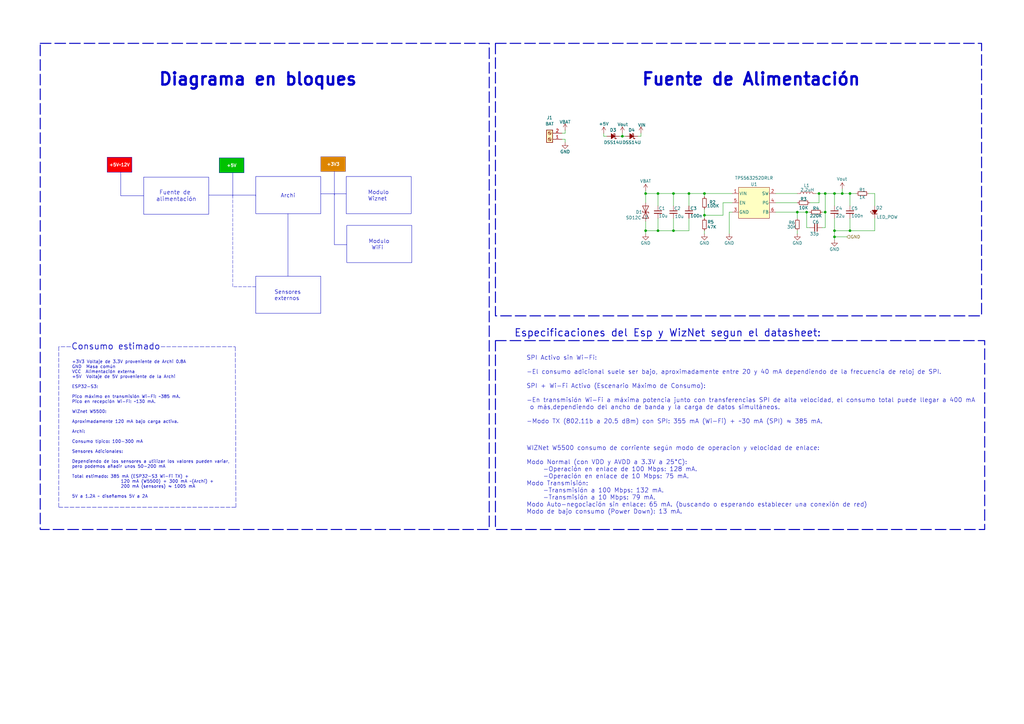
<source format=kicad_sch>
(kicad_sch
	(version 20231120)
	(generator "eeschema")
	(generator_version "8.0")
	(uuid "1250f427-7217-49b7-9cc9-7175080a051f")
	(paper "A3")
	(lib_symbols
		(symbol "Connector:Screw_Terminal_01x02"
			(pin_names
				(offset 1.016) hide)
			(exclude_from_sim no)
			(in_bom yes)
			(on_board yes)
			(property "Reference" "J"
				(at 0 2.54 0)
				(effects
					(font
						(size 1.27 1.27)
					)
				)
			)
			(property "Value" "Screw_Terminal_01x02"
				(at 0 -5.08 0)
				(effects
					(font
						(size 1.27 1.27)
					)
				)
			)
			(property "Footprint" ""
				(at 0 0 0)
				(effects
					(font
						(size 1.27 1.27)
					)
					(hide yes)
				)
			)
			(property "Datasheet" "~"
				(at 0 0 0)
				(effects
					(font
						(size 1.27 1.27)
					)
					(hide yes)
				)
			)
			(property "Description" "Generic screw terminal, single row, 01x02, script generated (kicad-library-utils/schlib/autogen/connector/)"
				(at 0 0 0)
				(effects
					(font
						(size 1.27 1.27)
					)
					(hide yes)
				)
			)
			(property "ki_keywords" "screw terminal"
				(at 0 0 0)
				(effects
					(font
						(size 1.27 1.27)
					)
					(hide yes)
				)
			)
			(property "ki_fp_filters" "TerminalBlock*:*"
				(at 0 0 0)
				(effects
					(font
						(size 1.27 1.27)
					)
					(hide yes)
				)
			)
			(symbol "Screw_Terminal_01x02_1_1"
				(rectangle
					(start -1.27 1.27)
					(end 1.27 -3.81)
					(stroke
						(width 0.254)
						(type default)
					)
					(fill
						(type background)
					)
				)
				(circle
					(center 0 -2.54)
					(radius 0.635)
					(stroke
						(width 0.1524)
						(type default)
					)
					(fill
						(type none)
					)
				)
				(polyline
					(pts
						(xy -0.5334 -2.2098) (xy 0.3302 -3.048)
					)
					(stroke
						(width 0.1524)
						(type default)
					)
					(fill
						(type none)
					)
				)
				(polyline
					(pts
						(xy -0.5334 0.3302) (xy 0.3302 -0.508)
					)
					(stroke
						(width 0.1524)
						(type default)
					)
					(fill
						(type none)
					)
				)
				(polyline
					(pts
						(xy -0.3556 -2.032) (xy 0.508 -2.8702)
					)
					(stroke
						(width 0.1524)
						(type default)
					)
					(fill
						(type none)
					)
				)
				(polyline
					(pts
						(xy -0.3556 0.508) (xy 0.508 -0.3302)
					)
					(stroke
						(width 0.1524)
						(type default)
					)
					(fill
						(type none)
					)
				)
				(circle
					(center 0 0)
					(radius 0.635)
					(stroke
						(width 0.1524)
						(type default)
					)
					(fill
						(type none)
					)
				)
				(pin passive line
					(at -5.08 0 0)
					(length 3.81)
					(name "Pin_1"
						(effects
							(font
								(size 1.27 1.27)
							)
						)
					)
					(number "1"
						(effects
							(font
								(size 1.27 1.27)
							)
						)
					)
				)
				(pin passive line
					(at -5.08 -2.54 0)
					(length 3.81)
					(name "Pin_2"
						(effects
							(font
								(size 1.27 1.27)
							)
						)
					)
					(number "2"
						(effects
							(font
								(size 1.27 1.27)
							)
						)
					)
				)
			)
		)
		(symbol "Device:C_Small"
			(pin_numbers hide)
			(pin_names
				(offset 0.254) hide)
			(exclude_from_sim no)
			(in_bom yes)
			(on_board yes)
			(property "Reference" "C"
				(at 0.254 1.778 0)
				(effects
					(font
						(size 1.27 1.27)
					)
					(justify left)
				)
			)
			(property "Value" "C_Small"
				(at 0.254 -2.032 0)
				(effects
					(font
						(size 1.27 1.27)
					)
					(justify left)
				)
			)
			(property "Footprint" ""
				(at 0 0 0)
				(effects
					(font
						(size 1.27 1.27)
					)
					(hide yes)
				)
			)
			(property "Datasheet" "~"
				(at 0 0 0)
				(effects
					(font
						(size 1.27 1.27)
					)
					(hide yes)
				)
			)
			(property "Description" "Unpolarized capacitor, small symbol"
				(at 0 0 0)
				(effects
					(font
						(size 1.27 1.27)
					)
					(hide yes)
				)
			)
			(property "ki_keywords" "capacitor cap"
				(at 0 0 0)
				(effects
					(font
						(size 1.27 1.27)
					)
					(hide yes)
				)
			)
			(property "ki_fp_filters" "C_*"
				(at 0 0 0)
				(effects
					(font
						(size 1.27 1.27)
					)
					(hide yes)
				)
			)
			(symbol "C_Small_0_1"
				(polyline
					(pts
						(xy -1.524 -0.508) (xy 1.524 -0.508)
					)
					(stroke
						(width 0.3302)
						(type default)
					)
					(fill
						(type none)
					)
				)
				(polyline
					(pts
						(xy -1.524 0.508) (xy 1.524 0.508)
					)
					(stroke
						(width 0.3048)
						(type default)
					)
					(fill
						(type none)
					)
				)
			)
			(symbol "C_Small_1_1"
				(pin passive line
					(at 0 2.54 270)
					(length 2.032)
					(name "~"
						(effects
							(font
								(size 1.27 1.27)
							)
						)
					)
					(number "1"
						(effects
							(font
								(size 1.27 1.27)
							)
						)
					)
				)
				(pin passive line
					(at 0 -2.54 90)
					(length 2.032)
					(name "~"
						(effects
							(font
								(size 1.27 1.27)
							)
						)
					)
					(number "2"
						(effects
							(font
								(size 1.27 1.27)
							)
						)
					)
				)
			)
		)
		(symbol "Device:D_Schottky_Small_Filled"
			(pin_numbers hide)
			(pin_names
				(offset 0.254) hide)
			(exclude_from_sim no)
			(in_bom yes)
			(on_board yes)
			(property "Reference" "D"
				(at -1.27 2.032 0)
				(effects
					(font
						(size 1.27 1.27)
					)
					(justify left)
				)
			)
			(property "Value" "D_Schottky_Small_Filled"
				(at -7.112 -2.032 0)
				(effects
					(font
						(size 1.27 1.27)
					)
					(justify left)
				)
			)
			(property "Footprint" ""
				(at 0 0 90)
				(effects
					(font
						(size 1.27 1.27)
					)
					(hide yes)
				)
			)
			(property "Datasheet" "~"
				(at 0 0 90)
				(effects
					(font
						(size 1.27 1.27)
					)
					(hide yes)
				)
			)
			(property "Description" "Schottky diode, small symbol, filled shape"
				(at 0 0 0)
				(effects
					(font
						(size 1.27 1.27)
					)
					(hide yes)
				)
			)
			(property "ki_keywords" "diode Schottky"
				(at 0 0 0)
				(effects
					(font
						(size 1.27 1.27)
					)
					(hide yes)
				)
			)
			(property "ki_fp_filters" "TO-???* *_Diode_* *SingleDiode* D_*"
				(at 0 0 0)
				(effects
					(font
						(size 1.27 1.27)
					)
					(hide yes)
				)
			)
			(symbol "D_Schottky_Small_Filled_0_1"
				(polyline
					(pts
						(xy -0.762 0) (xy 0.762 0)
					)
					(stroke
						(width 0)
						(type default)
					)
					(fill
						(type none)
					)
				)
				(polyline
					(pts
						(xy 0.762 -1.016) (xy -0.762 0) (xy 0.762 1.016) (xy 0.762 -1.016)
					)
					(stroke
						(width 0.254)
						(type default)
					)
					(fill
						(type outline)
					)
				)
				(polyline
					(pts
						(xy -1.27 0.762) (xy -1.27 1.016) (xy -0.762 1.016) (xy -0.762 -1.016) (xy -0.254 -1.016) (xy -0.254 -0.762)
					)
					(stroke
						(width 0.254)
						(type default)
					)
					(fill
						(type none)
					)
				)
			)
			(symbol "D_Schottky_Small_Filled_1_1"
				(pin passive line
					(at -2.54 0 0)
					(length 1.778)
					(name "K"
						(effects
							(font
								(size 1.27 1.27)
							)
						)
					)
					(number "1"
						(effects
							(font
								(size 1.27 1.27)
							)
						)
					)
				)
				(pin passive line
					(at 2.54 0 180)
					(length 1.778)
					(name "A"
						(effects
							(font
								(size 1.27 1.27)
							)
						)
					)
					(number "2"
						(effects
							(font
								(size 1.27 1.27)
							)
						)
					)
				)
			)
		)
		(symbol "Device:L"
			(pin_numbers hide)
			(pin_names
				(offset 1.016) hide)
			(exclude_from_sim no)
			(in_bom yes)
			(on_board yes)
			(property "Reference" "L"
				(at -1.27 0 90)
				(effects
					(font
						(size 1.27 1.27)
					)
				)
			)
			(property "Value" "L"
				(at 1.905 0 90)
				(effects
					(font
						(size 1.27 1.27)
					)
				)
			)
			(property "Footprint" ""
				(at 0 0 0)
				(effects
					(font
						(size 1.27 1.27)
					)
					(hide yes)
				)
			)
			(property "Datasheet" "~"
				(at 0 0 0)
				(effects
					(font
						(size 1.27 1.27)
					)
					(hide yes)
				)
			)
			(property "Description" "Inductor"
				(at 0 0 0)
				(effects
					(font
						(size 1.27 1.27)
					)
					(hide yes)
				)
			)
			(property "ki_keywords" "inductor choke coil reactor magnetic"
				(at 0 0 0)
				(effects
					(font
						(size 1.27 1.27)
					)
					(hide yes)
				)
			)
			(property "ki_fp_filters" "Choke_* *Coil* Inductor_* L_*"
				(at 0 0 0)
				(effects
					(font
						(size 1.27 1.27)
					)
					(hide yes)
				)
			)
			(symbol "L_0_1"
				(arc
					(start 0 -2.54)
					(mid 0.6323 -1.905)
					(end 0 -1.27)
					(stroke
						(width 0)
						(type default)
					)
					(fill
						(type none)
					)
				)
				(arc
					(start 0 -1.27)
					(mid 0.6323 -0.635)
					(end 0 0)
					(stroke
						(width 0)
						(type default)
					)
					(fill
						(type none)
					)
				)
				(arc
					(start 0 0)
					(mid 0.6323 0.635)
					(end 0 1.27)
					(stroke
						(width 0)
						(type default)
					)
					(fill
						(type none)
					)
				)
				(arc
					(start 0 1.27)
					(mid 0.6323 1.905)
					(end 0 2.54)
					(stroke
						(width 0)
						(type default)
					)
					(fill
						(type none)
					)
				)
			)
			(symbol "L_1_1"
				(pin passive line
					(at 0 3.81 270)
					(length 1.27)
					(name "1"
						(effects
							(font
								(size 1.27 1.27)
							)
						)
					)
					(number "1"
						(effects
							(font
								(size 1.27 1.27)
							)
						)
					)
				)
				(pin passive line
					(at 0 -3.81 90)
					(length 1.27)
					(name "2"
						(effects
							(font
								(size 1.27 1.27)
							)
						)
					)
					(number "2"
						(effects
							(font
								(size 1.27 1.27)
							)
						)
					)
				)
			)
		)
		(symbol "Device:LED_Small_Filled"
			(pin_numbers hide)
			(pin_names
				(offset 0.254) hide)
			(exclude_from_sim no)
			(in_bom yes)
			(on_board yes)
			(property "Reference" "D"
				(at -1.27 3.175 0)
				(effects
					(font
						(size 1.27 1.27)
					)
					(justify left)
				)
			)
			(property "Value" "LED_Small_Filled"
				(at -4.445 -2.54 0)
				(effects
					(font
						(size 1.27 1.27)
					)
					(justify left)
				)
			)
			(property "Footprint" ""
				(at 0 0 90)
				(effects
					(font
						(size 1.27 1.27)
					)
					(hide yes)
				)
			)
			(property "Datasheet" "~"
				(at 0 0 90)
				(effects
					(font
						(size 1.27 1.27)
					)
					(hide yes)
				)
			)
			(property "Description" "Light emitting diode, small symbol, filled shape"
				(at 0 0 0)
				(effects
					(font
						(size 1.27 1.27)
					)
					(hide yes)
				)
			)
			(property "ki_keywords" "LED diode light-emitting-diode"
				(at 0 0 0)
				(effects
					(font
						(size 1.27 1.27)
					)
					(hide yes)
				)
			)
			(property "ki_fp_filters" "LED* LED_SMD:* LED_THT:*"
				(at 0 0 0)
				(effects
					(font
						(size 1.27 1.27)
					)
					(hide yes)
				)
			)
			(symbol "LED_Small_Filled_0_1"
				(polyline
					(pts
						(xy -0.762 -1.016) (xy -0.762 1.016)
					)
					(stroke
						(width 0.254)
						(type default)
					)
					(fill
						(type none)
					)
				)
				(polyline
					(pts
						(xy 1.016 0) (xy -0.762 0)
					)
					(stroke
						(width 0)
						(type default)
					)
					(fill
						(type none)
					)
				)
				(polyline
					(pts
						(xy 0.762 -1.016) (xy -0.762 0) (xy 0.762 1.016) (xy 0.762 -1.016)
					)
					(stroke
						(width 0.254)
						(type default)
					)
					(fill
						(type outline)
					)
				)
				(polyline
					(pts
						(xy 0 0.762) (xy -0.508 1.27) (xy -0.254 1.27) (xy -0.508 1.27) (xy -0.508 1.016)
					)
					(stroke
						(width 0)
						(type default)
					)
					(fill
						(type none)
					)
				)
				(polyline
					(pts
						(xy 0.508 1.27) (xy 0 1.778) (xy 0.254 1.778) (xy 0 1.778) (xy 0 1.524)
					)
					(stroke
						(width 0)
						(type default)
					)
					(fill
						(type none)
					)
				)
			)
			(symbol "LED_Small_Filled_1_1"
				(pin passive line
					(at -2.54 0 0)
					(length 1.778)
					(name "K"
						(effects
							(font
								(size 1.27 1.27)
							)
						)
					)
					(number "1"
						(effects
							(font
								(size 1.27 1.27)
							)
						)
					)
				)
				(pin passive line
					(at 2.54 0 180)
					(length 1.778)
					(name "A"
						(effects
							(font
								(size 1.27 1.27)
							)
						)
					)
					(number "2"
						(effects
							(font
								(size 1.27 1.27)
							)
						)
					)
				)
			)
		)
		(symbol "Device:R_Small"
			(pin_numbers hide)
			(pin_names
				(offset 0.254) hide)
			(exclude_from_sim no)
			(in_bom yes)
			(on_board yes)
			(property "Reference" "R"
				(at 0.762 0.508 0)
				(effects
					(font
						(size 1.27 1.27)
					)
					(justify left)
				)
			)
			(property "Value" "R_Small"
				(at 0.762 -1.016 0)
				(effects
					(font
						(size 1.27 1.27)
					)
					(justify left)
				)
			)
			(property "Footprint" ""
				(at 0 0 0)
				(effects
					(font
						(size 1.27 1.27)
					)
					(hide yes)
				)
			)
			(property "Datasheet" "~"
				(at 0 0 0)
				(effects
					(font
						(size 1.27 1.27)
					)
					(hide yes)
				)
			)
			(property "Description" "Resistor, small symbol"
				(at 0 0 0)
				(effects
					(font
						(size 1.27 1.27)
					)
					(hide yes)
				)
			)
			(property "ki_keywords" "R resistor"
				(at 0 0 0)
				(effects
					(font
						(size 1.27 1.27)
					)
					(hide yes)
				)
			)
			(property "ki_fp_filters" "R_*"
				(at 0 0 0)
				(effects
					(font
						(size 1.27 1.27)
					)
					(hide yes)
				)
			)
			(symbol "R_Small_0_1"
				(rectangle
					(start -0.762 1.778)
					(end 0.762 -1.778)
					(stroke
						(width 0.2032)
						(type default)
					)
					(fill
						(type none)
					)
				)
			)
			(symbol "R_Small_1_1"
				(pin passive line
					(at 0 2.54 270)
					(length 0.762)
					(name "~"
						(effects
							(font
								(size 1.27 1.27)
							)
						)
					)
					(number "1"
						(effects
							(font
								(size 1.27 1.27)
							)
						)
					)
				)
				(pin passive line
					(at 0 -2.54 90)
					(length 0.762)
					(name "~"
						(effects
							(font
								(size 1.27 1.27)
							)
						)
					)
					(number "2"
						(effects
							(font
								(size 1.27 1.27)
							)
						)
					)
				)
			)
		)
		(symbol "Diode:SD12_SOD323"
			(pin_numbers hide)
			(pin_names
				(offset 1.016) hide)
			(exclude_from_sim no)
			(in_bom yes)
			(on_board yes)
			(property "Reference" "D"
				(at 0 2.54 0)
				(effects
					(font
						(size 1.27 1.27)
					)
				)
			)
			(property "Value" "SD12_SOD323"
				(at 0 -2.54 0)
				(effects
					(font
						(size 1.27 1.27)
					)
				)
			)
			(property "Footprint" "Diode_SMD:D_SOD-323"
				(at 0 -5.08 0)
				(effects
					(font
						(size 1.27 1.27)
					)
					(hide yes)
				)
			)
			(property "Datasheet" "https://www.littelfuse.com/~/media/electronics/datasheets/tvs_diode_arrays/littelfuse_tvs_diode_array_sd_c_datasheet.pdf.pdf"
				(at 0 0 0)
				(effects
					(font
						(size 1.27 1.27)
					)
					(hide yes)
				)
			)
			(property "Description" "12V, 450W Discrete Bidirectional TVS Diode, SOD-323"
				(at 0 0 0)
				(effects
					(font
						(size 1.27 1.27)
					)
					(hide yes)
				)
			)
			(property "ki_keywords" "transient voltage suppressor thyrector transil"
				(at 0 0 0)
				(effects
					(font
						(size 1.27 1.27)
					)
					(hide yes)
				)
			)
			(property "ki_fp_filters" "D?SOD?323*"
				(at 0 0 0)
				(effects
					(font
						(size 1.27 1.27)
					)
					(hide yes)
				)
			)
			(symbol "SD12_SOD323_0_1"
				(polyline
					(pts
						(xy 1.27 0) (xy -1.27 0)
					)
					(stroke
						(width 0)
						(type default)
					)
					(fill
						(type none)
					)
				)
				(polyline
					(pts
						(xy -2.54 -1.27) (xy 0 0) (xy -2.54 1.27) (xy -2.54 -1.27)
					)
					(stroke
						(width 0.2032)
						(type default)
					)
					(fill
						(type none)
					)
				)
				(polyline
					(pts
						(xy 0.508 1.27) (xy 0 1.27) (xy 0 -1.27) (xy -0.508 -1.27)
					)
					(stroke
						(width 0.2032)
						(type default)
					)
					(fill
						(type none)
					)
				)
				(polyline
					(pts
						(xy 2.54 1.27) (xy 2.54 -1.27) (xy 0 0) (xy 2.54 1.27)
					)
					(stroke
						(width 0.2032)
						(type default)
					)
					(fill
						(type none)
					)
				)
			)
			(symbol "SD12_SOD323_1_1"
				(pin passive line
					(at -3.81 0 0)
					(length 2.54)
					(name "A1"
						(effects
							(font
								(size 1.27 1.27)
							)
						)
					)
					(number "1"
						(effects
							(font
								(size 1.27 1.27)
							)
						)
					)
				)
				(pin passive line
					(at 3.81 0 180)
					(length 2.54)
					(name "A2"
						(effects
							(font
								(size 1.27 1.27)
							)
						)
					)
					(number "2"
						(effects
							(font
								(size 1.27 1.27)
							)
						)
					)
				)
			)
		)
		(symbol "Newsanlib:TPS563252DRLR"
			(pin_names
				(offset 0.254)
			)
			(exclude_from_sim no)
			(in_bom yes)
			(on_board yes)
			(property "Reference" "U1"
				(at 0 7.62 0)
				(effects
					(font
						(size 1.27 1.27)
					)
				)
			)
			(property "Value" "TPS563252DRLR"
				(at 0 10.16 0)
				(effects
					(font
						(size 1.27 1.27)
					)
				)
			)
			(property "Footprint" "Newsanlib:SOT6_DRL_TEX-L"
				(at 1.27 -21.59 0)
				(effects
					(font
						(size 1.27 1.27)
						(italic yes)
					)
				)
			)
			(property "Datasheet" "https://www.ti.com/lit/ds/symlink/tps563252.pdf"
				(at 3.302 -14.224 0)
				(effects
					(font
						(size 1.27 1.27)
						(italic yes)
					)
					(hide yes)
				)
			)
			(property "Description" ""
				(at -5.08 -1.27 0)
				(effects
					(font
						(size 1.27 1.27)
					)
					(hide yes)
				)
			)
			(property "PartNumber" "TPS563252DRLR"
				(at 0.762 -8.382 0)
				(effects
					(font
						(size 1.27 1.27)
					)
					(hide yes)
				)
			)
			(property "PurchaseLink" "https://www.digikey.com/en/products/detail/texas-instruments/TPS563252DRLR/20415402"
				(at -1.27 -11.43 0)
				(effects
					(font
						(size 1.27 1.27)
					)
					(hide yes)
				)
			)
			(property "ki_keywords" "TPS563252DRLR"
				(at 0 0 0)
				(effects
					(font
						(size 1.27 1.27)
					)
					(hide yes)
				)
			)
			(property "ki_fp_filters" "SOT6_DRL_TEX SOT6_DRL_TEX-M SOT6_DRL_TEX-L"
				(at 0 0 0)
				(effects
					(font
						(size 1.27 1.27)
					)
					(hide yes)
				)
			)
			(symbol "TPS563252DRLR_0_1"
				(pin power_in line
					(at -8.89 3.81 0)
					(length 2.54)
					(name "VIN"
						(effects
							(font
								(size 1.27 1.27)
							)
						)
					)
					(number "1"
						(effects
							(font
								(size 1.27 1.27)
							)
						)
					)
				)
				(pin power_in line
					(at 8.89 3.81 180)
					(length 2.54)
					(name "SW"
						(effects
							(font
								(size 1.27 1.27)
							)
						)
					)
					(number "2"
						(effects
							(font
								(size 1.27 1.27)
							)
						)
					)
				)
			)
			(symbol "TPS563252DRLR_1_1"
				(rectangle
					(start -6.35 6.35)
					(end 6.35 -6.35)
					(stroke
						(width 0)
						(type default)
					)
					(fill
						(type background)
					)
				)
				(pin power_in line
					(at -8.89 -3.81 0)
					(length 2.54)
					(name "GND"
						(effects
							(font
								(size 1.27 1.27)
							)
						)
					)
					(number "3"
						(effects
							(font
								(size 1.27 1.27)
							)
						)
					)
				)
				(pin output line
					(at 8.89 0 180)
					(length 2.54)
					(name "PG"
						(effects
							(font
								(size 1.27 1.27)
							)
						)
					)
					(number "4"
						(effects
							(font
								(size 1.27 1.27)
							)
						)
					)
				)
				(pin input line
					(at -8.89 0 0)
					(length 2.54)
					(name "EN"
						(effects
							(font
								(size 1.27 1.27)
							)
						)
					)
					(number "5"
						(effects
							(font
								(size 1.27 1.27)
							)
						)
					)
				)
				(pin input line
					(at 8.89 -3.81 180)
					(length 2.54)
					(name "FB"
						(effects
							(font
								(size 1.27 1.27)
							)
						)
					)
					(number "6"
						(effects
							(font
								(size 1.27 1.27)
							)
						)
					)
				)
			)
		)
		(symbol "power:+5V"
			(power)
			(pin_numbers hide)
			(pin_names
				(offset 0) hide)
			(exclude_from_sim no)
			(in_bom yes)
			(on_board yes)
			(property "Reference" "#PWR"
				(at 0 -3.81 0)
				(effects
					(font
						(size 1.27 1.27)
					)
					(hide yes)
				)
			)
			(property "Value" "+5V"
				(at 0 3.556 0)
				(effects
					(font
						(size 1.27 1.27)
					)
				)
			)
			(property "Footprint" ""
				(at 0 0 0)
				(effects
					(font
						(size 1.27 1.27)
					)
					(hide yes)
				)
			)
			(property "Datasheet" ""
				(at 0 0 0)
				(effects
					(font
						(size 1.27 1.27)
					)
					(hide yes)
				)
			)
			(property "Description" "Power symbol creates a global label with name \"+5V\""
				(at 0 0 0)
				(effects
					(font
						(size 1.27 1.27)
					)
					(hide yes)
				)
			)
			(property "ki_keywords" "global power"
				(at 0 0 0)
				(effects
					(font
						(size 1.27 1.27)
					)
					(hide yes)
				)
			)
			(symbol "+5V_0_1"
				(polyline
					(pts
						(xy -0.762 1.27) (xy 0 2.54)
					)
					(stroke
						(width 0)
						(type default)
					)
					(fill
						(type none)
					)
				)
				(polyline
					(pts
						(xy 0 0) (xy 0 2.54)
					)
					(stroke
						(width 0)
						(type default)
					)
					(fill
						(type none)
					)
				)
				(polyline
					(pts
						(xy 0 2.54) (xy 0.762 1.27)
					)
					(stroke
						(width 0)
						(type default)
					)
					(fill
						(type none)
					)
				)
			)
			(symbol "+5V_1_1"
				(pin power_in line
					(at 0 0 90)
					(length 0)
					(name "~"
						(effects
							(font
								(size 1.27 1.27)
							)
						)
					)
					(number "1"
						(effects
							(font
								(size 1.27 1.27)
							)
						)
					)
				)
			)
		)
		(symbol "power:GND"
			(power)
			(pin_names
				(offset 0)
			)
			(exclude_from_sim no)
			(in_bom yes)
			(on_board yes)
			(property "Reference" "#PWR"
				(at 0 -6.35 0)
				(effects
					(font
						(size 1.27 1.27)
					)
					(hide yes)
				)
			)
			(property "Value" "GND"
				(at 0 -3.81 0)
				(effects
					(font
						(size 1.27 1.27)
					)
				)
			)
			(property "Footprint" ""
				(at 0 0 0)
				(effects
					(font
						(size 1.27 1.27)
					)
					(hide yes)
				)
			)
			(property "Datasheet" ""
				(at 0 0 0)
				(effects
					(font
						(size 1.27 1.27)
					)
					(hide yes)
				)
			)
			(property "Description" "Power symbol creates a global label with name \"GND\" , ground"
				(at 0 0 0)
				(effects
					(font
						(size 1.27 1.27)
					)
					(hide yes)
				)
			)
			(property "ki_keywords" "power-flag"
				(at 0 0 0)
				(effects
					(font
						(size 1.27 1.27)
					)
					(hide yes)
				)
			)
			(symbol "GND_0_1"
				(polyline
					(pts
						(xy 0 0) (xy 0 -1.27) (xy 1.27 -1.27) (xy 0 -2.54) (xy -1.27 -1.27) (xy 0 -1.27)
					)
					(stroke
						(width 0)
						(type default)
					)
					(fill
						(type none)
					)
				)
			)
			(symbol "GND_1_1"
				(pin power_in line
					(at 0 0 270)
					(length 0) hide
					(name "GND"
						(effects
							(font
								(size 1.27 1.27)
							)
						)
					)
					(number "1"
						(effects
							(font
								(size 1.27 1.27)
							)
						)
					)
				)
			)
		)
		(symbol "power:VBUS"
			(power)
			(pin_numbers hide)
			(pin_names
				(offset 0) hide)
			(exclude_from_sim no)
			(in_bom yes)
			(on_board yes)
			(property "Reference" "#PWR"
				(at 0 -3.81 0)
				(effects
					(font
						(size 1.27 1.27)
					)
					(hide yes)
				)
			)
			(property "Value" "VBUS"
				(at 0 3.556 0)
				(effects
					(font
						(size 1.27 1.27)
					)
				)
			)
			(property "Footprint" ""
				(at 0 0 0)
				(effects
					(font
						(size 1.27 1.27)
					)
					(hide yes)
				)
			)
			(property "Datasheet" ""
				(at 0 0 0)
				(effects
					(font
						(size 1.27 1.27)
					)
					(hide yes)
				)
			)
			(property "Description" "Power symbol creates a global label with name \"VBUS\""
				(at 0 0 0)
				(effects
					(font
						(size 1.27 1.27)
					)
					(hide yes)
				)
			)
			(property "ki_keywords" "global power"
				(at 0 0 0)
				(effects
					(font
						(size 1.27 1.27)
					)
					(hide yes)
				)
			)
			(symbol "VBUS_0_1"
				(polyline
					(pts
						(xy -0.762 1.27) (xy 0 2.54)
					)
					(stroke
						(width 0)
						(type default)
					)
					(fill
						(type none)
					)
				)
				(polyline
					(pts
						(xy 0 0) (xy 0 2.54)
					)
					(stroke
						(width 0)
						(type default)
					)
					(fill
						(type none)
					)
				)
				(polyline
					(pts
						(xy 0 2.54) (xy 0.762 1.27)
					)
					(stroke
						(width 0)
						(type default)
					)
					(fill
						(type none)
					)
				)
			)
			(symbol "VBUS_1_1"
				(pin power_in line
					(at 0 0 90)
					(length 0)
					(name "~"
						(effects
							(font
								(size 1.27 1.27)
							)
						)
					)
					(number "1"
						(effects
							(font
								(size 1.27 1.27)
							)
						)
					)
				)
			)
		)
		(symbol "power:VCC"
			(power)
			(pin_names
				(offset 0)
			)
			(exclude_from_sim no)
			(in_bom yes)
			(on_board yes)
			(property "Reference" "#PWR"
				(at 0 -3.81 0)
				(effects
					(font
						(size 1.27 1.27)
					)
					(hide yes)
				)
			)
			(property "Value" "VCC"
				(at 0 3.81 0)
				(effects
					(font
						(size 1.27 1.27)
					)
				)
			)
			(property "Footprint" ""
				(at 0 0 0)
				(effects
					(font
						(size 1.27 1.27)
					)
					(hide yes)
				)
			)
			(property "Datasheet" ""
				(at 0 0 0)
				(effects
					(font
						(size 1.27 1.27)
					)
					(hide yes)
				)
			)
			(property "Description" "Power symbol creates a global label with name \"VCC\""
				(at 0 0 0)
				(effects
					(font
						(size 1.27 1.27)
					)
					(hide yes)
				)
			)
			(property "ki_keywords" "power-flag"
				(at 0 0 0)
				(effects
					(font
						(size 1.27 1.27)
					)
					(hide yes)
				)
			)
			(symbol "VCC_0_1"
				(polyline
					(pts
						(xy -0.762 1.27) (xy 0 2.54)
					)
					(stroke
						(width 0)
						(type default)
					)
					(fill
						(type none)
					)
				)
				(polyline
					(pts
						(xy 0 0) (xy 0 2.54)
					)
					(stroke
						(width 0)
						(type default)
					)
					(fill
						(type none)
					)
				)
				(polyline
					(pts
						(xy 0 2.54) (xy 0.762 1.27)
					)
					(stroke
						(width 0)
						(type default)
					)
					(fill
						(type none)
					)
				)
			)
			(symbol "VCC_1_1"
				(pin power_in line
					(at 0 0 90)
					(length 0) hide
					(name "VCC"
						(effects
							(font
								(size 1.27 1.27)
							)
						)
					)
					(number "1"
						(effects
							(font
								(size 1.27 1.27)
							)
						)
					)
				)
			)
		)
	)
	(junction
		(at 348.615 94.615)
		(diameter 0)
		(color 0 0 0 0)
		(uuid "00a0a501-a640-4aa9-8159-6bbb92bb631e")
	)
	(junction
		(at 276.225 79.375)
		(diameter 0)
		(color 0 0 0 0)
		(uuid "34889f09-a52a-4d72-a83b-471d9be0660b")
	)
	(junction
		(at 338.455 79.375)
		(diameter 0)
		(color 0 0 0 0)
		(uuid "39153a2f-0edc-410a-ad8e-9b5138061498")
	)
	(junction
		(at 282.575 79.375)
		(diameter 0)
		(color 0 0 0 0)
		(uuid "3a78017c-8355-40e3-a6aa-54eea68158f9")
	)
	(junction
		(at 348.615 79.375)
		(diameter 0)
		(color 0 0 0 0)
		(uuid "3f344e5a-e851-48e1-a8d5-b7042d6aded8")
	)
	(junction
		(at 342.265 94.615)
		(diameter 0)
		(color 0 0 0 0)
		(uuid "4bb08c5a-7616-4c0d-8667-340e7adb585b")
	)
	(junction
		(at 276.225 94.615)
		(diameter 0)
		(color 0 0 0 0)
		(uuid "4ee32b60-c59f-4488-aee5-57bdf9483d8e")
	)
	(junction
		(at 335.915 79.375)
		(diameter 0)
		(color 0 0 0 0)
		(uuid "5506d279-d93b-4633-9758-984cfdca4296")
	)
	(junction
		(at 288.925 88.265)
		(diameter 0)
		(color 0 0 0 0)
		(uuid "60cd3688-5142-4d0c-9df3-bd1269460ad7")
	)
	(junction
		(at 264.795 94.615)
		(diameter 0)
		(color 0 0 0 0)
		(uuid "7c7ab3fa-5cd4-44cf-9a3f-3bf222c1b204")
	)
	(junction
		(at 330.835 86.995)
		(diameter 0)
		(color 0 0 0 0)
		(uuid "81f237de-8c5b-4b94-9834-80e190d77f90")
	)
	(junction
		(at 338.455 86.995)
		(diameter 0)
		(color 0 0 0 0)
		(uuid "8fc55372-b205-4b8a-af36-d0434efd592a")
	)
	(junction
		(at 255.27 55.88)
		(diameter 0)
		(color 0 0 0 0)
		(uuid "a3f4a031-d9db-4a68-88cf-d2fb56f7bd86")
	)
	(junction
		(at 342.265 97.155)
		(diameter 0)
		(color 0 0 0 0)
		(uuid "b76619b1-aa8f-446d-b3a9-ebee2d3dff0b")
	)
	(junction
		(at 288.925 79.375)
		(diameter 0)
		(color 0 0 0 0)
		(uuid "d132215b-ff1e-45ba-800d-23cf4f26eb5c")
	)
	(junction
		(at 269.875 79.375)
		(diameter 0)
		(color 0 0 0 0)
		(uuid "d5ffff78-b3b0-4f72-b217-60258fa87320")
	)
	(junction
		(at 269.875 94.615)
		(diameter 0)
		(color 0 0 0 0)
		(uuid "db4ccc5f-8ca6-4d6d-8567-0545a2ed2f26")
	)
	(junction
		(at 327.025 86.995)
		(diameter 0)
		(color 0 0 0 0)
		(uuid "e0747844-5cd5-428f-9018-d3d2e180bf5f")
	)
	(junction
		(at 345.44 79.375)
		(diameter 0)
		(color 0 0 0 0)
		(uuid "e564d989-5c9e-42a2-bd31-d564aaa36a0e")
	)
	(junction
		(at 264.795 79.375)
		(diameter 0)
		(color 0 0 0 0)
		(uuid "eb81ffee-666b-42e9-bf68-087fb7ae07fd")
	)
	(junction
		(at 342.265 79.375)
		(diameter 0)
		(color 0 0 0 0)
		(uuid "f06c76c6-09ca-481f-ab97-0ffc9e11c60c")
	)
	(wire
		(pts
			(xy 282.575 79.375) (xy 282.575 84.455)
		)
		(stroke
			(width 0)
			(type default)
		)
		(uuid "063ad5a0-4881-49c0-b529-1be54e1aac4e")
	)
	(polyline
		(pts
			(xy 85.598 80.01) (xy 104.902 80.01)
		)
		(stroke
			(width 0)
			(type default)
		)
		(uuid "0c0aeb88-0ffb-40c7-b582-3adda260117e")
	)
	(wire
		(pts
			(xy 348.615 89.535) (xy 348.615 94.615)
		)
		(stroke
			(width 0)
			(type default)
		)
		(uuid "0cd04960-6e5e-4087-8bf8-ca227d9b921e")
	)
	(wire
		(pts
			(xy 337.185 93.345) (xy 338.455 93.345)
		)
		(stroke
			(width 0)
			(type default)
		)
		(uuid "0f4b6e42-3544-40a3-b1f4-46012747b699")
	)
	(polyline
		(pts
			(xy 49.53 70.612) (xy 49.53 80.264)
		)
		(stroke
			(width 0)
			(type default)
		)
		(uuid "128639ac-bdf2-4a9f-a812-d2208bf55ff1")
	)
	(wire
		(pts
			(xy 288.925 88.265) (xy 288.925 89.535)
		)
		(stroke
			(width 0)
			(type default)
		)
		(uuid "12b562b1-d596-4eed-b5d9-db486cebe269")
	)
	(polyline
		(pts
			(xy 66.04 142.24) (xy 96.52 142.24)
		)
		(stroke
			(width 0.1524)
			(type dash)
		)
		(uuid "150f0abb-1c47-4cad-9feb-a667e3d53e41")
	)
	(wire
		(pts
			(xy 342.265 84.455) (xy 342.265 79.375)
		)
		(stroke
			(width 0)
			(type default)
		)
		(uuid "1604f215-7065-4cc1-894e-49a713003c80")
	)
	(wire
		(pts
			(xy 337.185 86.995) (xy 338.455 86.995)
		)
		(stroke
			(width 0)
			(type default)
		)
		(uuid "16098ffc-6177-45bc-a8c4-5892a361578e")
	)
	(wire
		(pts
			(xy 296.545 83.185) (xy 296.545 88.265)
		)
		(stroke
			(width 0)
			(type default)
		)
		(uuid "1a56ecef-d1b1-4790-a838-b7998206c324")
	)
	(wire
		(pts
			(xy 269.875 79.375) (xy 276.225 79.375)
		)
		(stroke
			(width 0)
			(type default)
		)
		(uuid "1b202217-0c6c-4a35-8b9d-2d8d3f37163e")
	)
	(wire
		(pts
			(xy 327.025 86.995) (xy 327.025 89.535)
		)
		(stroke
			(width 0)
			(type default)
		)
		(uuid "1b700b22-8457-4bdb-88b5-55785310c523")
	)
	(wire
		(pts
			(xy 318.135 86.995) (xy 327.025 86.995)
		)
		(stroke
			(width 0)
			(type default)
		)
		(uuid "1c09f88e-efa0-4bca-9ea5-5d0492e5e523")
	)
	(wire
		(pts
			(xy 261.62 55.88) (xy 262.89 55.88)
		)
		(stroke
			(width 0)
			(type default)
		)
		(uuid "1cd9ddd2-282f-431e-9511-8b1ac0020b66")
	)
	(wire
		(pts
			(xy 299.085 86.995) (xy 299.085 95.885)
		)
		(stroke
			(width 0)
			(type default)
		)
		(uuid "1e4365c7-083a-419e-b267-4cb345c47f7a")
	)
	(wire
		(pts
			(xy 296.545 88.265) (xy 288.925 88.265)
		)
		(stroke
			(width 0)
			(type default)
		)
		(uuid "219c5204-31a8-47eb-8fd5-1c4d00f67296")
	)
	(wire
		(pts
			(xy 230.505 54.61) (xy 231.775 54.61)
		)
		(stroke
			(width 0)
			(type default)
		)
		(uuid "24d212ce-7d4d-4da4-8342-6cfe91105f75")
	)
	(wire
		(pts
			(xy 327.025 94.615) (xy 327.025 95.885)
		)
		(stroke
			(width 0)
			(type default)
		)
		(uuid "24eec6f1-670f-4594-a86b-c9dc39eec57d")
	)
	(wire
		(pts
			(xy 332.105 83.185) (xy 335.915 83.185)
		)
		(stroke
			(width 0)
			(type default)
		)
		(uuid "25d32b31-9736-42b8-b465-34e8228cfea2")
	)
	(wire
		(pts
			(xy 348.615 84.455) (xy 348.615 79.375)
		)
		(stroke
			(width 0)
			(type default)
		)
		(uuid "28e9691a-7efd-430d-8366-9373c5c269df")
	)
	(wire
		(pts
			(xy 334.645 79.375) (xy 335.915 79.375)
		)
		(stroke
			(width 0)
			(type default)
		)
		(uuid "29b21ebb-a96e-45cc-891c-9ffe10e37aa2")
	)
	(polyline
		(pts
			(xy 104.902 117.602) (xy 95.504 117.602)
		)
		(stroke
			(width 0.127)
			(type dash)
		)
		(uuid "29cd3277-ca6a-451d-a359-9bc0c55ac2b0")
	)
	(polyline
		(pts
			(xy 95.504 117.602) (xy 95.504 80.01)
		)
		(stroke
			(width 0.127)
			(type dash)
		)
		(uuid "2b11fb98-8b2d-4e17-860e-012e27099268")
	)
	(wire
		(pts
			(xy 335.915 79.375) (xy 338.455 79.375)
		)
		(stroke
			(width 0)
			(type default)
		)
		(uuid "37fc14df-842d-47b3-a267-e61b2f582754")
	)
	(polyline
		(pts
			(xy 131.572 79.502) (xy 141.986 79.502)
		)
		(stroke
			(width 0)
			(type default)
		)
		(uuid "398909bc-2d5c-4863-9f18-a3f9a30ec153")
	)
	(polyline
		(pts
			(xy 137.16 79.502) (xy 137.16 100.33)
		)
		(stroke
			(width 0)
			(type default)
		)
		(uuid "3ba0c6ac-d14c-4e70-81a9-a3f19242156c")
	)
	(wire
		(pts
			(xy 332.105 93.345) (xy 330.835 93.345)
		)
		(stroke
			(width 0)
			(type default)
		)
		(uuid "3ef885c4-b3d7-4f72-af70-bc60569f0884")
	)
	(wire
		(pts
			(xy 338.455 86.995) (xy 338.455 93.345)
		)
		(stroke
			(width 0)
			(type default)
		)
		(uuid "437401d4-33cc-4bcd-b677-61ed35fa670d")
	)
	(polyline
		(pts
			(xy 137.16 70.358) (xy 137.16 80.01)
		)
		(stroke
			(width 0)
			(type default)
		)
		(uuid "437c29f1-1547-4d51-99ec-575b12078099")
	)
	(wire
		(pts
			(xy 282.575 89.535) (xy 282.575 94.615)
		)
		(stroke
			(width 0)
			(type default)
		)
		(uuid "44ec963a-0ad8-4b3c-bc68-cf2494f4a9d7")
	)
	(wire
		(pts
			(xy 231.775 57.15) (xy 231.775 58.42)
		)
		(stroke
			(width 0)
			(type default)
		)
		(uuid "46c54006-cdcf-422a-afcc-feea9465fc42")
	)
	(polyline
		(pts
			(xy 95.504 70.866) (xy 95.504 80.518)
		)
		(stroke
			(width 0)
			(type default)
		)
		(uuid "4853e8b6-f40e-4ad4-a818-c641bb0268ee")
	)
	(wire
		(pts
			(xy 231.775 54.61) (xy 231.775 53.34)
		)
		(stroke
			(width 0)
			(type default)
		)
		(uuid "48cf4c2d-cb77-4110-a6c3-b96645c55f7d")
	)
	(wire
		(pts
			(xy 327.025 86.995) (xy 330.835 86.995)
		)
		(stroke
			(width 0)
			(type default)
		)
		(uuid "4fb9c2ea-8351-4a79-89be-f2756b422836")
	)
	(wire
		(pts
			(xy 345.44 79.375) (xy 348.615 79.375)
		)
		(stroke
			(width 0)
			(type default)
		)
		(uuid "524e3ff8-e1dd-47fa-9823-ad2bfb17dddc")
	)
	(wire
		(pts
			(xy 282.575 94.615) (xy 276.225 94.615)
		)
		(stroke
			(width 0)
			(type default)
		)
		(uuid "524f93bb-4ca8-4556-88be-46a1f60081fa")
	)
	(wire
		(pts
			(xy 342.265 94.615) (xy 342.265 97.155)
		)
		(stroke
			(width 0)
			(type default)
		)
		(uuid "56af63fa-2523-418b-926c-4836fceaea73")
	)
	(wire
		(pts
			(xy 296.545 83.185) (xy 300.355 83.185)
		)
		(stroke
			(width 0)
			(type default)
		)
		(uuid "5f03a91e-032f-467b-aaff-37846869c57e")
	)
	(wire
		(pts
			(xy 299.085 86.995) (xy 300.355 86.995)
		)
		(stroke
			(width 0)
			(type default)
		)
		(uuid "60e22f73-fb47-4353-86b7-91141f599dfb")
	)
	(wire
		(pts
			(xy 338.455 79.375) (xy 338.455 86.995)
		)
		(stroke
			(width 0)
			(type default)
		)
		(uuid "61705b8a-1ae4-4cf0-97c4-a644c2236001")
	)
	(wire
		(pts
			(xy 247.65 54.61) (xy 247.65 55.88)
		)
		(stroke
			(width 0)
			(type default)
		)
		(uuid "61f3818f-870b-470d-bb43-09da48bacce5")
	)
	(wire
		(pts
			(xy 264.795 79.375) (xy 264.795 78.105)
		)
		(stroke
			(width 0)
			(type default)
		)
		(uuid "622a7723-806f-4702-b279-1116513a1c65")
	)
	(wire
		(pts
			(xy 276.225 79.375) (xy 276.225 84.455)
		)
		(stroke
			(width 0)
			(type default)
		)
		(uuid "6e64afd9-b483-4b6b-97c6-21aeda601b92")
	)
	(wire
		(pts
			(xy 288.925 94.615) (xy 288.925 95.885)
		)
		(stroke
			(width 0)
			(type default)
		)
		(uuid "6f8ceec0-2852-4bee-924d-028bc7113154")
	)
	(wire
		(pts
			(xy 276.225 94.615) (xy 269.875 94.615)
		)
		(stroke
			(width 0)
			(type default)
		)
		(uuid "712d0546-8af4-4a3a-a9be-219609d043b7")
	)
	(wire
		(pts
			(xy 276.225 79.375) (xy 282.575 79.375)
		)
		(stroke
			(width 0)
			(type default)
		)
		(uuid "765e4782-264c-4bfc-a32c-55c551dfd300")
	)
	(wire
		(pts
			(xy 342.265 97.155) (xy 342.265 98.425)
		)
		(stroke
			(width 0)
			(type default)
		)
		(uuid "782f6b0b-d6b3-4a39-8f22-4755a3f579bc")
	)
	(wire
		(pts
			(xy 342.265 79.375) (xy 338.455 79.375)
		)
		(stroke
			(width 0)
			(type default)
		)
		(uuid "7a469857-4240-45a4-a3d5-49743ea8a3fe")
	)
	(wire
		(pts
			(xy 276.225 89.535) (xy 276.225 94.615)
		)
		(stroke
			(width 0)
			(type default)
		)
		(uuid "7b324ad0-97f3-4e38-9071-dcbdb24fd34a")
	)
	(wire
		(pts
			(xy 269.875 79.375) (xy 269.875 84.455)
		)
		(stroke
			(width 0)
			(type default)
		)
		(uuid "81cfef47-ee86-4b4b-9e5e-d1bf5da63a66")
	)
	(wire
		(pts
			(xy 358.775 79.375) (xy 358.775 84.455)
		)
		(stroke
			(width 0)
			(type default)
		)
		(uuid "82b19c9a-66c0-477a-83d0-c25eb76b3eed")
	)
	(wire
		(pts
			(xy 262.89 55.88) (xy 262.89 54.61)
		)
		(stroke
			(width 0)
			(type default)
		)
		(uuid "85633e1d-46c8-4311-ae20-319d353b0a9f")
	)
	(wire
		(pts
			(xy 255.27 55.88) (xy 255.27 54.61)
		)
		(stroke
			(width 0)
			(type default)
		)
		(uuid "857cbfdd-c7bf-40bd-b81d-4e66069cb363")
	)
	(wire
		(pts
			(xy 342.265 97.155) (xy 347.345 97.155)
		)
		(stroke
			(width 0)
			(type default)
		)
		(uuid "8986227b-e371-401e-9dfb-152ffcd86976")
	)
	(wire
		(pts
			(xy 255.27 55.88) (xy 256.54 55.88)
		)
		(stroke
			(width 0)
			(type default)
		)
		(uuid "8afc54da-6695-4a6f-90b9-c24a96ce7cda")
	)
	(wire
		(pts
			(xy 335.915 83.185) (xy 335.915 79.375)
		)
		(stroke
			(width 0)
			(type default)
		)
		(uuid "8ef8b76e-0e0d-4ae4-aa0d-4e601358223a")
	)
	(wire
		(pts
			(xy 230.505 57.15) (xy 231.775 57.15)
		)
		(stroke
			(width 0)
			(type default)
		)
		(uuid "998b4144-50b2-4f09-aaaa-dbae9125fc93")
	)
	(wire
		(pts
			(xy 264.795 83.185) (xy 264.795 79.375)
		)
		(stroke
			(width 0)
			(type default)
		)
		(uuid "99e26267-4ff5-4a95-9da2-06f81f652d8d")
	)
	(wire
		(pts
			(xy 330.835 93.345) (xy 330.835 86.995)
		)
		(stroke
			(width 0)
			(type default)
		)
		(uuid "a193288a-0fa8-472c-b9b9-17d29fcf37e7")
	)
	(polyline
		(pts
			(xy 96.774 208.026) (xy 96.52 142.24)
		)
		(stroke
			(width 0.1524)
			(type dash)
		)
		(uuid "a5b7e1f1-67ee-48df-a7a9-a99bcb1b4915")
	)
	(wire
		(pts
			(xy 342.265 94.615) (xy 348.615 94.615)
		)
		(stroke
			(width 0)
			(type default)
		)
		(uuid "a6678351-3eac-4704-a317-6ea750ab4611")
	)
	(polyline
		(pts
			(xy 118.11 87.63) (xy 118.11 113.284)
		)
		(stroke
			(width 0)
			(type default)
		)
		(uuid "adf705c9-233b-4aae-b411-7a09fa267e74")
	)
	(wire
		(pts
			(xy 342.265 89.535) (xy 342.265 94.615)
		)
		(stroke
			(width 0)
			(type default)
		)
		(uuid "b1332259-4841-45d9-84be-59be174b8858")
	)
	(polyline
		(pts
			(xy 28.956 142.24) (xy 24.13 142.24)
		)
		(stroke
			(width 0.1524)
			(type dash)
		)
		(uuid "b295c63a-15dd-4dac-9fea-3406dd8cde26")
	)
	(wire
		(pts
			(xy 318.135 79.375) (xy 327.025 79.375)
		)
		(stroke
			(width 0)
			(type default)
		)
		(uuid "b2c998bd-0c0b-4c52-a9e9-354b75c84ea8")
	)
	(wire
		(pts
			(xy 282.575 79.375) (xy 288.925 79.375)
		)
		(stroke
			(width 0)
			(type default)
		)
		(uuid "b2d747b5-1581-4f08-bef3-c136bfc550aa")
	)
	(wire
		(pts
			(xy 345.44 77.47) (xy 345.44 79.375)
		)
		(stroke
			(width 0)
			(type default)
		)
		(uuid "b4ee791a-3047-46aa-9224-24d95a1ad87e")
	)
	(wire
		(pts
			(xy 348.615 79.375) (xy 351.155 79.375)
		)
		(stroke
			(width 0)
			(type default)
		)
		(uuid "baf3dcad-a57e-4d82-b765-11fd8f4d6790")
	)
	(wire
		(pts
			(xy 254 55.88) (xy 255.27 55.88)
		)
		(stroke
			(width 0)
			(type default)
		)
		(uuid "bed7a7ef-b862-4113-9187-45fcb173eceb")
	)
	(polyline
		(pts
			(xy 142.24 100.33) (xy 137.16 100.33)
		)
		(stroke
			(width 0)
			(type default)
		)
		(uuid "c3639294-662a-45cf-afc0-06e86ca1d191")
	)
	(polyline
		(pts
			(xy 24.13 142.24) (xy 24.13 208.026)
		)
		(stroke
			(width 0.1524)
			(type dash)
		)
		(uuid "c7700b56-b721-45c4-acf3-5f926162e1a8")
	)
	(wire
		(pts
			(xy 358.775 89.535) (xy 358.775 94.615)
		)
		(stroke
			(width 0)
			(type default)
		)
		(uuid "c7a53c12-db1b-4871-b625-f1cb782f6513")
	)
	(wire
		(pts
			(xy 264.795 79.375) (xy 269.875 79.375)
		)
		(stroke
			(width 0)
			(type default)
		)
		(uuid "c7de4d53-5f78-480c-9485-12829644ec50")
	)
	(polyline
		(pts
			(xy 104.902 80.01) (xy 104.902 80.518)
		)
		(stroke
			(width 0)
			(type default)
		)
		(uuid "d07dad3b-7429-4e8e-8dd0-be733887aa19")
	)
	(wire
		(pts
			(xy 264.795 90.805) (xy 264.795 94.615)
		)
		(stroke
			(width 0)
			(type default)
		)
		(uuid "d23c79e7-a971-403d-a2ec-333264b155e5")
	)
	(polyline
		(pts
			(xy 58.928 80.264) (xy 49.53 80.264)
		)
		(stroke
			(width 0)
			(type default)
		)
		(uuid "d82ba18f-3590-4d59-b520-e15652b88340")
	)
	(wire
		(pts
			(xy 269.875 89.535) (xy 269.875 94.615)
		)
		(stroke
			(width 0)
			(type default)
		)
		(uuid "da9ae379-027f-4c1e-9066-0ad2bb09c12b")
	)
	(wire
		(pts
			(xy 348.615 94.615) (xy 358.775 94.615)
		)
		(stroke
			(width 0)
			(type default)
		)
		(uuid "dc1ffa06-a140-49f0-9a13-390b936cdc08")
	)
	(wire
		(pts
			(xy 318.135 83.185) (xy 327.025 83.185)
		)
		(stroke
			(width 0)
			(type default)
		)
		(uuid "dc416ed9-ee7c-4d65-b03e-4a647b2a1a2f")
	)
	(wire
		(pts
			(xy 288.925 79.375) (xy 288.925 80.645)
		)
		(stroke
			(width 0)
			(type default)
		)
		(uuid "deb6776f-5363-462c-855e-1c79d5d65cf6")
	)
	(wire
		(pts
			(xy 247.65 55.88) (xy 248.92 55.88)
		)
		(stroke
			(width 0)
			(type default)
		)
		(uuid "e49fb037-a235-4f41-b71a-da92b8d20a42")
	)
	(wire
		(pts
			(xy 264.795 94.615) (xy 264.795 95.885)
		)
		(stroke
			(width 0)
			(type default)
		)
		(uuid "e9ade750-82c2-46d1-99a9-b07d311dc03f")
	)
	(wire
		(pts
			(xy 356.235 79.375) (xy 358.775 79.375)
		)
		(stroke
			(width 0)
			(type default)
		)
		(uuid "eae22365-d94f-4ddc-95ff-299f7d15b85c")
	)
	(wire
		(pts
			(xy 288.925 79.375) (xy 300.355 79.375)
		)
		(stroke
			(width 0)
			(type default)
		)
		(uuid "eb30a6d9-4f8e-42cd-87ba-7275460020f2")
	)
	(polyline
		(pts
			(xy 24.13 208.026) (xy 96.774 208.026)
		)
		(stroke
			(width 0.1524)
			(type dash)
		)
		(uuid "eff754fb-bdb3-4c95-9815-fd7d62ff2a5a")
	)
	(wire
		(pts
			(xy 330.835 86.995) (xy 332.105 86.995)
		)
		(stroke
			(width 0)
			(type default)
		)
		(uuid "f2509b15-d4b3-425b-8daa-a628d428cc6e")
	)
	(wire
		(pts
			(xy 264.795 94.615) (xy 269.875 94.615)
		)
		(stroke
			(width 0)
			(type default)
		)
		(uuid "f316ede4-64ad-438b-8e71-620af9d4a90d")
	)
	(wire
		(pts
			(xy 345.44 79.375) (xy 342.265 79.375)
		)
		(stroke
			(width 0)
			(type default)
		)
		(uuid "fc3bc285-0996-4fa8-aefc-b80f009ea9b5")
	)
	(wire
		(pts
			(xy 288.925 85.725) (xy 288.925 88.265)
		)
		(stroke
			(width 0)
			(type default)
		)
		(uuid "fd5c7f09-90a5-4807-bdf5-7cb373b8a2f2")
	)
	(rectangle
		(start 141.986 72.39)
		(end 168.656 87.63)
		(stroke
			(width 0)
			(type default)
		)
		(fill
			(type none)
		)
		(uuid 1e6c114a-9832-4e15-a3d5-4bb44ec540df)
	)
	(rectangle
		(start 58.928 72.644)
		(end 85.598 87.884)
		(stroke
			(width 0)
			(type default)
		)
		(fill
			(type none)
		)
		(uuid 279b6c14-c18e-4916-a538-edabb0656794)
	)
	(rectangle
		(start 203.2 139.7)
		(end 403.86 217.17)
		(stroke
			(width 0.4)
			(type dash)
		)
		(fill
			(type none)
		)
		(uuid 2d2b198d-34c3-4936-8b4e-7e8576158be7)
	)
	(rectangle
		(start 89.916 64.77)
		(end 100.076 70.866)
		(stroke
			(width 0)
			(type default)
		)
		(fill
			(type color)
			(color 0 194 0 1)
		)
		(uuid 5b785e45-eff6-4633-bb47-efd2ea8c42bd)
	)
	(rectangle
		(start 142.24 92.456)
		(end 168.91 107.696)
		(stroke
			(width 0)
			(type default)
		)
		(fill
			(type none)
		)
		(uuid 5c6d8e2b-1f96-4c7b-8a84-45f5377e2867)
	)
	(rectangle
		(start 104.902 113.284)
		(end 131.572 128.524)
		(stroke
			(width 0)
			(type default)
		)
		(fill
			(type none)
		)
		(uuid 65045f0b-19f2-4529-8207-82c9ca599b51)
	)
	(rectangle
		(start 16.51 17.78)
		(end 200.66 217.17)
		(stroke
			(width 0.4)
			(type dash)
		)
		(fill
			(type none)
		)
		(uuid 89df2af4-52ee-4835-9448-ffb4ff7c2587)
	)
	(rectangle
		(start 203.2 17.78)
		(end 402.59 129.54)
		(stroke
			(width 0.4)
			(type dash)
		)
		(fill
			(type none)
		)
		(uuid c0d85fa9-e27e-43b6-8bf4-d826c5a75cde)
	)
	(rectangle
		(start 131.572 64.262)
		(end 141.732 70.358)
		(stroke
			(width 0.0762)
			(type default)
		)
		(fill
			(type color)
			(color 221 133 0 1)
		)
		(uuid c605f6ff-47a5-490a-b923-8b52a2d026c6)
	)
	(rectangle
		(start 43.942 64.516)
		(end 54.102 70.612)
		(stroke
			(width 0)
			(type default)
		)
		(fill
			(type color)
			(color 255 0 0 1)
		)
		(uuid ec191f7d-76a9-4904-8ae8-6ded3e4a4ed0)
	)
	(rectangle
		(start 104.902 72.39)
		(end 131.572 87.63)
		(stroke
			(width 0)
			(type default)
		)
		(fill
			(type none)
		)
		(uuid f95c4aad-cb4f-4680-8dbe-dc67358bf97e)
	)
	(text "Modulo \nWiznet"
		(exclude_from_sim no)
		(at 150.876 82.55 0)
		(effects
			(font
				(size 1.6 1.6)
			)
			(justify left bottom)
		)
		(uuid "0d775dbb-2740-4962-adab-4d6cf67ee3b0")
	)
	(text "SPI Activo sin Wi-Fi:\n\n-El consumo adicional suele ser bajo, aproximadamente entre 20 y 40 mA dependiendo de la frecuencia de reloj de SPI.\n\nSPI + Wi-Fi Activo (Escenario Máximo de Consumo):\n\n-En transmisión Wi-Fi a máxima potencia junto con transferencias SPI de alta velocidad, el consumo total puede llegar a 400 mA \n o más,dependiendo del ancho de banda y la carga de datos simultáneos.\n\n-Modo TX (802.11b a 20.5 dBm) con SPI: 355 mA (Wi-Fi) + ~30 mA (SPI) ≈ 385 mA."
		(exclude_from_sim no)
		(at 215.9 173.99 0)
		(effects
			(font
				(size 1.8 1.8)
			)
			(justify left bottom)
		)
		(uuid "1f92e6c3-10a3-421e-a61e-ac16bc439499")
	)
	(text "Consumo estimado"
		(exclude_from_sim no)
		(at 47.498 142.24 0)
		(effects
			(font
				(size 2.54 2.54)
				(thickness 0.254)
				(bold yes)
			)
		)
		(uuid "4a570899-7ce5-4239-b32f-40df8ad91dbf")
	)
	(text "Diagrama en bloques\n"
		(exclude_from_sim no)
		(at 64.77 35.56 0)
		(effects
			(font
				(size 5 5)
				(bold yes)
			)
			(justify left bottom)
		)
		(uuid "501ae033-f5e5-4aa9-b520-09b5a630cc1d")
	)
	(text "WIZNet W5500 consumo de corriente según modo de operacion y velocidad de enlace:\n\nModo Normal (con VDD y AVDD a 3.3V a 25°C):\n	-Operación en enlace de 100 Mbps: 128 mA.\n	-Operación en enlace de 10 Mbps: 75 mA.\nModo Transmisión:\n	-Transmisión a 100 Mbps: 132 mA.\n	-Transmisión a 10 Mbps: 79 mA.\nModo Auto-negociación sin enlace: 65 mA. (buscando o esperando establecer una conexión de red)\nModo de bajo consumo (Power Down): 13 mA.\n\n\n\n"
		(exclude_from_sim no)
		(at 215.9 219.71 0)
		(effects
			(font
				(size 1.8 1.8)
			)
			(justify left bottom)
		)
		(uuid "573fee93-6684-45ac-b943-90a8d7e9553c")
	)
	(text "+5V~12V"
		(exclude_from_sim no)
		(at 49.022 67.818 0)
		(effects
			(font
				(size 1.27 1.27)
				(thickness 0.254)
				(bold yes)
				(color 255 255 255 1)
			)
		)
		(uuid "595445ef-f13b-49ec-b4aa-8f39403c1c57")
	)
	(text "+5V"
		(exclude_from_sim no)
		(at 94.996 68.072 0)
		(effects
			(font
				(size 1.27 1.27)
				(thickness 0.254)
				(bold yes)
				(color 255 255 255 1)
			)
		)
		(uuid "63063d36-b057-488b-824e-c04ce547f108")
	)
	(text "Especificaciones del Esp y WizNet segun el datasheet:\n"
		(exclude_from_sim no)
		(at 210.82 138.43 0)
		(effects
			(font
				(size 3 3)
				(thickness 0.34)
				(bold yes)
			)
			(justify left bottom)
		)
		(uuid "77f60bb3-37f7-4f5e-ac16-893a731178d1")
	)
	(text "Sensores\nexternos"
		(exclude_from_sim no)
		(at 112.522 123.444 0)
		(effects
			(font
				(size 1.6 1.6)
			)
			(justify left bottom)
		)
		(uuid "7de2771f-48e0-483c-a193-9dcfea7f5327")
	)
	(text "Archi\n"
		(exclude_from_sim no)
		(at 115.062 81.28 0)
		(effects
			(font
				(size 1.6 1.6)
			)
			(justify left bottom)
		)
		(uuid "99c74d53-ce53-48ff-a23e-a2e349049937")
	)
	(text "Modulo\n WiFi"
		(exclude_from_sim no)
		(at 151.13 102.616 0)
		(effects
			(font
				(size 1.6 1.6)
			)
			(justify left bottom)
		)
		(uuid "a65ade9a-9325-477f-a3c1-144a1f9aad9d")
	)
	(text "+3V3"
		(exclude_from_sim no)
		(at 136.652 67.564 0)
		(effects
			(font
				(size 1.27 1.27)
				(thickness 0.254)
				(bold yes)
				(color 255 255 255 1)
			)
		)
		(uuid "afaad022-0099-4a92-9990-bb97e1e3c460")
	)
	(text "Fuente de Alimentación"
		(exclude_from_sim no)
		(at 262.89 35.56 0)
		(effects
			(font
				(size 5 5)
				(bold yes)
			)
			(justify left bottom)
		)
		(uuid "b4ee6b0f-648b-4609-9453-bcf17180ed3d")
	)
	(text " Fuente de \nalimentación\n"
		(exclude_from_sim no)
		(at 64.008 82.804 0)
		(effects
			(font
				(size 1.7 1.7)
			)
			(justify left bottom)
		)
		(uuid "da292775-ea4e-4fd4-8466-4153927813e3")
	)
	(text "+3V3 Voltaje de 3.3V proveniente de Archi 0.8A \nGND  Masa común\nVCC  Alimentación externa\n+5V  Voltaje de 5V proveniente de la Archi\n\nESP32-S3:\n\nPico máximo en transmisión Wi-Fi: ~385 mA.\nPico en recepción Wi-Fi: ~130 mA.\n\nWIZnet W5500:\n\nAproximadamente 120 mA bajo carga activa.\n\nArchi: \n\nConsumo típico: 100-300 mA\n\nSensores Adicionales:\n\nDependiendo de los sensores a utilizar los valores pueden variar, \npero podemos añadir unos 50-200 mA\n\nTotal estimado: 385 mA (ESP32-S3 Wi-Fi TX) + \n				120 mA (W5500) + 300 mA ~(Archi) +\n				200 mA (sensores) ≈ 1005 mA\n\n5V a 1.2A ~ diseñamos 5V a 2A"
		(exclude_from_sim no)
		(at 29.464 204.47 0)
		(effects
			(font
				(size 1.27 1.27)
			)
			(justify left bottom)
		)
		(uuid "da62a949-9684-44a6-9c9c-e008b430ae32")
	)
	(hierarchical_label "GND"
		(shape input)
		(at 347.345 97.155 0)
		(fields_autoplaced yes)
		(effects
			(font
				(size 1.27 1.27)
			)
			(justify left)
		)
		(uuid "6c483f5b-7ed2-4077-bdd4-995328066d04")
	)
	(symbol
		(lib_id "power:GND")
		(at 299.085 95.885 0)
		(unit 1)
		(exclude_from_sim no)
		(in_bom yes)
		(on_board yes)
		(dnp no)
		(uuid "029ab106-e2b2-4327-967f-ecf3896a8267")
		(property "Reference" "#PWR05"
			(at 299.085 102.235 0)
			(effects
				(font
					(size 1.27 1.27)
				)
				(hide yes)
			)
		)
		(property "Value" "GND"
			(at 299.085 99.695 0)
			(effects
				(font
					(size 1.27 1.27)
				)
			)
		)
		(property "Footprint" ""
			(at 299.085 95.885 0)
			(effects
				(font
					(size 1.27 1.27)
				)
			)
		)
		(property "Datasheet" ""
			(at 299.085 95.885 0)
			(effects
				(font
					(size 1.27 1.27)
				)
			)
		)
		(property "Description" ""
			(at 299.085 95.885 0)
			(effects
				(font
					(size 1.27 1.27)
				)
				(hide yes)
			)
		)
		(pin "1"
			(uuid "3f2ee62c-d653-4b19-8f68-36439ab39c9f")
		)
		(instances
			(project "A-NET"
				(path "/35cd6522-dedd-4747-926a-ebf273b4ab66/f180fa7a-9c78-4078-b343-604f305e02a1"
					(reference "#PWR05")
					(unit 1)
				)
			)
		)
	)
	(symbol
		(lib_id "Device:C_Small")
		(at 342.265 86.995 0)
		(unit 1)
		(exclude_from_sim no)
		(in_bom yes)
		(on_board yes)
		(dnp no)
		(uuid "069edcbb-0de2-42c9-b488-8b613c7008ec")
		(property "Reference" "C4"
			(at 342.773 85.471 0)
			(effects
				(font
					(size 1.27 1.27)
				)
				(justify left)
			)
		)
		(property "Value" "22u"
			(at 342.773 88.519 0)
			(effects
				(font
					(size 1.27 1.27)
				)
				(justify left)
			)
		)
		(property "Footprint" "Capacitor_SMD:C_0805_2012Metric_Pad1.18x1.45mm_HandSolder"
			(at 342.265 86.995 0)
			(effects
				(font
					(size 1.27 1.27)
				)
				(hide yes)
			)
		)
		(property "Datasheet" "https://mm.digikey.com/Volume0/opasdata/d220001/medias/docus/339/CL21A226MAYNNNE_Spec.pdf"
			(at 342.265 86.995 0)
			(effects
				(font
					(size 1.27 1.27)
				)
				(hide yes)
			)
		)
		(property "Description" "Unpolarized capacitor, small symbol"
			(at 342.265 86.995 0)
			(effects
				(font
					(size 1.27 1.27)
				)
				(hide yes)
			)
		)
		(property "PartNumber" "CL21A226MAYNNNE"
			(at 342.265 86.995 0)
			(effects
				(font
					(size 1.27 1.27)
				)
				(hide yes)
			)
		)
		(property "PurchaseLink" "https://www.digikey.com/short/q0jqzmbf"
			(at 342.265 86.995 0)
			(effects
				(font
					(size 1.27 1.27)
				)
				(hide yes)
			)
		)
		(pin "1"
			(uuid "87177952-1a92-4fe5-92c7-bd4d09dda232")
		)
		(pin "2"
			(uuid "a89df5cc-01f2-472e-bc7e-ffc556ee842f")
		)
		(instances
			(project "A-NET"
				(path "/35cd6522-dedd-4747-926a-ebf273b4ab66/f180fa7a-9c78-4078-b343-604f305e02a1"
					(reference "C4")
					(unit 1)
				)
			)
		)
	)
	(symbol
		(lib_id "power:GND")
		(at 327.025 95.885 0)
		(unit 1)
		(exclude_from_sim no)
		(in_bom yes)
		(on_board yes)
		(dnp no)
		(uuid "0a78a501-3180-4358-9bd2-b7e84ac58110")
		(property "Reference" "#PWR06"
			(at 327.025 102.235 0)
			(effects
				(font
					(size 1.27 1.27)
				)
				(hide yes)
			)
		)
		(property "Value" "GND"
			(at 327.025 99.695 0)
			(effects
				(font
					(size 1.27 1.27)
				)
			)
		)
		(property "Footprint" ""
			(at 327.025 95.885 0)
			(effects
				(font
					(size 1.27 1.27)
				)
			)
		)
		(property "Datasheet" ""
			(at 327.025 95.885 0)
			(effects
				(font
					(size 1.27 1.27)
				)
			)
		)
		(property "Description" ""
			(at 327.025 95.885 0)
			(effects
				(font
					(size 1.27 1.27)
				)
				(hide yes)
			)
		)
		(pin "1"
			(uuid "c91acf2a-e758-4856-931a-724bc51f577b")
		)
		(instances
			(project "A-NET"
				(path "/35cd6522-dedd-4747-926a-ebf273b4ab66/f180fa7a-9c78-4078-b343-604f305e02a1"
					(reference "#PWR06")
					(unit 1)
				)
			)
		)
	)
	(symbol
		(lib_id "Device:R_Small")
		(at 334.645 86.995 90)
		(unit 1)
		(exclude_from_sim no)
		(in_bom yes)
		(on_board yes)
		(dnp no)
		(uuid "0f1e147c-5390-4baa-8b7c-ac7bbccab828")
		(property "Reference" "R4"
			(at 334.645 85.471 90)
			(effects
				(font
					(size 1.27 1.27)
				)
			)
		)
		(property "Value" "220K"
			(at 334.645 88.519 90)
			(effects
				(font
					(size 1.27 1.27)
				)
			)
		)
		(property "Footprint" "Resistor_SMD:R_0603_1608Metric_Pad0.98x0.95mm_HandSolder"
			(at 334.645 86.995 0)
			(effects
				(font
					(size 1.27 1.27)
				)
				(hide yes)
			)
		)
		(property "Datasheet" "https://www.yageo.com/upload/media/product/products/datasheet/rchip/PYu-RC_Group_51_RoHS_L_12.pdf"
			(at 334.645 86.995 0)
			(effects
				(font
					(size 1.27 1.27)
				)
				(hide yes)
			)
		)
		(property "Description" "Resistor, small symbol"
			(at 334.645 86.995 0)
			(effects
				(font
					(size 1.27 1.27)
				)
				(hide yes)
			)
		)
		(property "PartNumber" "RC0603FR-07220KL"
			(at 334.645 86.995 0)
			(effects
				(font
					(size 1.27 1.27)
				)
				(hide yes)
			)
		)
		(property "PurchaseLink" "https://www.digikey.com/en/products/detail/yageo/RC0603FR-07220KL/727062"
			(at 334.645 86.995 0)
			(effects
				(font
					(size 1.27 1.27)
				)
				(hide yes)
			)
		)
		(pin "2"
			(uuid "94db4fbc-b495-43b2-8e69-e7438d5c5b18")
		)
		(pin "1"
			(uuid "85549747-1810-4b32-ac9f-8678aa6298ae")
		)
		(instances
			(project "A-NET"
				(path "/35cd6522-dedd-4747-926a-ebf273b4ab66/f180fa7a-9c78-4078-b343-604f305e02a1"
					(reference "R4")
					(unit 1)
				)
			)
		)
	)
	(symbol
		(lib_id "power:VCC")
		(at 262.89 54.61 0)
		(unit 1)
		(exclude_from_sim no)
		(in_bom yes)
		(on_board yes)
		(dnp no)
		(uuid "2de00327-45c6-49c5-bd98-4bd8987a1103")
		(property "Reference" "#PWR011"
			(at 262.89 58.42 0)
			(effects
				(font
					(size 1.27 1.27)
				)
				(hide yes)
			)
		)
		(property "Value" "VIN"
			(at 261.62 51.308 0)
			(effects
				(font
					(size 1.27 1.27)
				)
				(justify left)
			)
		)
		(property "Footprint" ""
			(at 262.89 54.61 0)
			(effects
				(font
					(size 1.27 1.27)
				)
				(hide yes)
			)
		)
		(property "Datasheet" ""
			(at 262.89 54.61 0)
			(effects
				(font
					(size 1.27 1.27)
				)
				(hide yes)
			)
		)
		(property "Description" ""
			(at 262.89 54.61 0)
			(effects
				(font
					(size 1.27 1.27)
				)
				(hide yes)
			)
		)
		(pin "1"
			(uuid "0a9ff097-a2af-4fea-8ad1-62c3cfd6709f")
		)
		(instances
			(project "A-NET"
				(path "/35cd6522-dedd-4747-926a-ebf273b4ab66/f180fa7a-9c78-4078-b343-604f305e02a1"
					(reference "#PWR011")
					(unit 1)
				)
			)
		)
	)
	(symbol
		(lib_id "Device:R_Small")
		(at 353.695 79.375 90)
		(unit 1)
		(exclude_from_sim no)
		(in_bom yes)
		(on_board yes)
		(dnp no)
		(uuid "35efb153-5801-406f-abdf-bcf95b49c72e")
		(property "Reference" "R1"
			(at 353.695 77.851 90)
			(effects
				(font
					(size 1.27 1.27)
				)
			)
		)
		(property "Value" "1K"
			(at 353.695 80.899 90)
			(effects
				(font
					(size 1.27 1.27)
				)
			)
		)
		(property "Footprint" "Resistor_SMD:R_0603_1608Metric_Pad0.98x0.95mm_HandSolder"
			(at 353.695 79.375 0)
			(effects
				(font
					(size 1.27 1.27)
				)
				(hide yes)
			)
		)
		(property "Datasheet" "https://www.yageo.com/upload/media/product/products/datasheet/rchip/PYu-RC_Group_51_RoHS_L_12.pdf"
			(at 353.695 79.375 0)
			(effects
				(font
					(size 1.27 1.27)
				)
				(hide yes)
			)
		)
		(property "Description" "Resistor, small symbol"
			(at 353.695 79.375 0)
			(effects
				(font
					(size 1.27 1.27)
				)
				(hide yes)
			)
		)
		(property "PartNumber" "RC0603FR-071KL"
			(at 353.695 79.375 0)
			(effects
				(font
					(size 1.27 1.27)
				)
				(hide yes)
			)
		)
		(property "PurchaseLink" "https://www.digikey.com/en/products/detail/yageo/RC0603FR-071KL/726843"
			(at 353.695 79.375 0)
			(effects
				(font
					(size 1.27 1.27)
				)
				(hide yes)
			)
		)
		(pin "2"
			(uuid "5fa5383b-ee99-46c8-aec8-ee006bda8347")
		)
		(pin "1"
			(uuid "6f576ec4-52fc-4506-9cbe-0469e636c638")
		)
		(instances
			(project "A-NET"
				(path "/35cd6522-dedd-4747-926a-ebf273b4ab66/f180fa7a-9c78-4078-b343-604f305e02a1"
					(reference "R1")
					(unit 1)
				)
			)
		)
	)
	(symbol
		(lib_id "Device:C_Small")
		(at 282.575 86.995 0)
		(unit 1)
		(exclude_from_sim no)
		(in_bom yes)
		(on_board yes)
		(dnp no)
		(uuid "35f0ea69-428e-4a78-b55e-6d4b1518e3d6")
		(property "Reference" "C3"
			(at 283.083 85.471 0)
			(effects
				(font
					(size 1.27 1.27)
				)
				(justify left)
			)
		)
		(property "Value" "100n"
			(at 283.083 88.519 0)
			(effects
				(font
					(size 1.27 1.27)
				)
				(justify left)
			)
		)
		(property "Footprint" "Capacitor_SMD:C_0603_1608Metric_Pad1.08x0.95mm_HandSolder"
			(at 282.575 86.995 0)
			(effects
				(font
					(size 1.27 1.27)
				)
				(hide yes)
			)
		)
		(property "Datasheet" "https://mm.digikey.com/Volume0/opasdata/d220001/medias/docus/609/CL10B104KB8NNNC_Spec.pdf"
			(at 282.575 86.995 0)
			(effects
				(font
					(size 1.27 1.27)
				)
				(hide yes)
			)
		)
		(property "Description" "Unpolarized capacitor, small symbol"
			(at 282.575 86.995 0)
			(effects
				(font
					(size 1.27 1.27)
				)
				(hide yes)
			)
		)
		(property "PartNumber" "CL10B104KB8NNNC"
			(at 282.575 86.995 0)
			(effects
				(font
					(size 1.27 1.27)
				)
				(hide yes)
			)
		)
		(property "PurchaseLink" "https://www.digikey.com/short/0f3djmh4"
			(at 282.575 86.995 0)
			(effects
				(font
					(size 1.27 1.27)
				)
				(hide yes)
			)
		)
		(pin "1"
			(uuid "fcadb154-69cb-4d4b-956a-f95bd3833d11")
		)
		(pin "2"
			(uuid "1df39517-902d-4494-99da-e25947f53930")
		)
		(instances
			(project "A-NET"
				(path "/35cd6522-dedd-4747-926a-ebf273b4ab66/f180fa7a-9c78-4078-b343-604f305e02a1"
					(reference "C3")
					(unit 1)
				)
			)
		)
	)
	(symbol
		(lib_id "Device:LED_Small_Filled")
		(at 358.775 86.995 90)
		(unit 1)
		(exclude_from_sim no)
		(in_bom yes)
		(on_board yes)
		(dnp no)
		(uuid "3cce458b-1d35-4f84-9f3d-f871ae454f8b")
		(property "Reference" "D2"
			(at 359.283 85.217 90)
			(effects
				(font
					(size 1.27 1.27)
				)
				(justify right)
			)
		)
		(property "Value" "LED_POW"
			(at 359.537 89.027 90)
			(effects
				(font
					(size 1.27 1.27)
				)
				(justify right)
			)
		)
		(property "Footprint" "LED_SMD:LED_0603_1608Metric_Pad1.05x0.95mm_HandSolder"
			(at 358.775 86.995 90)
			(effects
				(font
					(size 1.27 1.27)
				)
				(hide yes)
			)
		)
		(property "Datasheet" "https://mm.digikey.com/Volume0/opasdata/d220001/medias/docus/3633/B1931NG--20D001114U1930.pdf"
			(at 358.775 86.995 90)
			(effects
				(font
					(size 1.27 1.27)
				)
				(hide yes)
			)
		)
		(property "Description" "Light emitting diode, small symbol, filled shape"
			(at 358.775 86.995 0)
			(effects
				(font
					(size 1.27 1.27)
				)
				(hide yes)
			)
		)
		(property "PartNumber" "B1931NG--20D001114U1930"
			(at 358.775 86.995 0)
			(effects
				(font
					(size 1.27 1.27)
				)
				(hide yes)
			)
		)
		(property "PurchaseLink" "https://www.digikey.com/en/products/detail/harvatek-corporation/B1931NG-20D001114U1930/15861262"
			(at 358.775 86.995 0)
			(effects
				(font
					(size 1.27 1.27)
				)
				(hide yes)
			)
		)
		(pin "2"
			(uuid "382d2f59-8cf4-4f99-b228-37f6b009525f")
		)
		(pin "1"
			(uuid "b8d1019a-eed4-4e63-94b4-dbbfdff60b7f")
		)
		(instances
			(project "A-NET"
				(path "/35cd6522-dedd-4747-926a-ebf273b4ab66/f180fa7a-9c78-4078-b343-604f305e02a1"
					(reference "D2")
					(unit 1)
				)
			)
		)
	)
	(symbol
		(lib_id "Device:D_Schottky_Small_Filled")
		(at 259.08 55.88 180)
		(unit 1)
		(exclude_from_sim no)
		(in_bom yes)
		(on_board yes)
		(dnp no)
		(uuid "46784429-b4bc-4fed-871d-5934bd0cc596")
		(property "Reference" "D4"
			(at 259.08 53.34 0)
			(effects
				(font
					(size 1.27 1.27)
				)
			)
		)
		(property "Value" "DSS14U"
			(at 259.08 58.42 0)
			(effects
				(font
					(size 1.27 1.27)
				)
			)
		)
		(property "Footprint" "Diode_SMD:D_SOD-123F"
			(at 259.08 55.88 90)
			(effects
				(font
					(size 1.27 1.27)
				)
				(hide yes)
			)
		)
		(property "Datasheet" "https://www.smc-diodes.com/propdf/DSS12U%20THRU%20DSS125U%20N1873%20REV.A.pdf"
			(at 259.08 55.88 90)
			(effects
				(font
					(size 1.27 1.27)
				)
				(hide yes)
			)
		)
		(property "Description" "Schottky diode, small symbol, filled shape"
			(at 259.08 55.88 0)
			(effects
				(font
					(size 1.27 1.27)
				)
				(hide yes)
			)
		)
		(property "PartNumber" "DSS14U"
			(at 259.08 55.88 0)
			(effects
				(font
					(size 1.27 1.27)
				)
				(hide yes)
			)
		)
		(property "PurchaseLink" "https://www.digikey.com/en/products/detail/smc-diode-solutions/DSS14U/8341859"
			(at 259.08 55.88 0)
			(effects
				(font
					(size 1.27 1.27)
				)
				(hide yes)
			)
		)
		(pin "2"
			(uuid "cb85a58d-d577-4e70-810e-d0d00b0b20e9")
		)
		(pin "1"
			(uuid "79ac4989-edc8-45fa-88c8-4bef852580d1")
		)
		(instances
			(project "A-NET"
				(path "/35cd6522-dedd-4747-926a-ebf273b4ab66/f180fa7a-9c78-4078-b343-604f305e02a1"
					(reference "D4")
					(unit 1)
				)
			)
		)
	)
	(symbol
		(lib_id "power:GND")
		(at 231.775 58.42 0)
		(unit 1)
		(exclude_from_sim no)
		(in_bom yes)
		(on_board yes)
		(dnp no)
		(uuid "4ed20643-35a3-4f7b-8f44-386ad297c41b")
		(property "Reference" "#PWR012"
			(at 231.775 64.77 0)
			(effects
				(font
					(size 1.27 1.27)
				)
				(hide yes)
			)
		)
		(property "Value" "GND"
			(at 231.775 62.23 0)
			(effects
				(font
					(size 1.27 1.27)
				)
			)
		)
		(property "Footprint" ""
			(at 231.775 58.42 0)
			(effects
				(font
					(size 1.27 1.27)
				)
			)
		)
		(property "Datasheet" ""
			(at 231.775 58.42 0)
			(effects
				(font
					(size 1.27 1.27)
				)
			)
		)
		(property "Description" ""
			(at 231.775 58.42 0)
			(effects
				(font
					(size 1.27 1.27)
				)
				(hide yes)
			)
		)
		(pin "1"
			(uuid "4e44dc68-eff4-40f9-a753-9bb184614fe7")
		)
		(instances
			(project "A-NET"
				(path "/35cd6522-dedd-4747-926a-ebf273b4ab66/f180fa7a-9c78-4078-b343-604f305e02a1"
					(reference "#PWR012")
					(unit 1)
				)
			)
		)
	)
	(symbol
		(lib_id "power:GND")
		(at 342.265 98.425 0)
		(unit 1)
		(exclude_from_sim no)
		(in_bom yes)
		(on_board yes)
		(dnp no)
		(uuid "53895af2-0875-4cb2-a290-a0610788072a")
		(property "Reference" "#PWR07"
			(at 342.265 104.775 0)
			(effects
				(font
					(size 1.27 1.27)
				)
				(hide yes)
			)
		)
		(property "Value" "GND"
			(at 342.265 102.235 0)
			(effects
				(font
					(size 1.27 1.27)
				)
			)
		)
		(property "Footprint" ""
			(at 342.265 98.425 0)
			(effects
				(font
					(size 1.27 1.27)
				)
			)
		)
		(property "Datasheet" ""
			(at 342.265 98.425 0)
			(effects
				(font
					(size 1.27 1.27)
				)
			)
		)
		(property "Description" ""
			(at 342.265 98.425 0)
			(effects
				(font
					(size 1.27 1.27)
				)
				(hide yes)
			)
		)
		(pin "1"
			(uuid "adc5b1b2-b9a0-4090-92fa-b48d26e852ac")
		)
		(instances
			(project "A-NET"
				(path "/35cd6522-dedd-4747-926a-ebf273b4ab66/f180fa7a-9c78-4078-b343-604f305e02a1"
					(reference "#PWR07")
					(unit 1)
				)
			)
		)
	)
	(symbol
		(lib_id "Device:R_Small")
		(at 288.925 83.185 180)
		(unit 1)
		(exclude_from_sim no)
		(in_bom yes)
		(on_board yes)
		(dnp no)
		(uuid "6340b29f-b919-4bb5-8aef-053bdaade16c")
		(property "Reference" "R2"
			(at 292.227 82.931 0)
			(effects
				(font
					(size 1.27 1.27)
				)
			)
		)
		(property "Value" "100K"
			(at 292.481 84.455 0)
			(effects
				(font
					(size 1.27 1.27)
				)
			)
		)
		(property "Footprint" "Resistor_SMD:R_0603_1608Metric_Pad0.98x0.95mm_HandSolder"
			(at 288.925 83.185 0)
			(effects
				(font
					(size 1.27 1.27)
				)
				(hide yes)
			)
		)
		(property "Datasheet" "https://www.yageo.com/upload/media/product/products/datasheet/rchip/PYu-RC_Group_51_RoHS_L_12.pdf"
			(at 288.925 83.185 0)
			(effects
				(font
					(size 1.27 1.27)
				)
				(hide yes)
			)
		)
		(property "Description" "Resistor, small symbol"
			(at 288.925 83.185 0)
			(effects
				(font
					(size 1.27 1.27)
				)
				(hide yes)
			)
		)
		(property "PartNumber" "RC0603FR-07100KL"
			(at 288.925 83.185 0)
			(effects
				(font
					(size 1.27 1.27)
				)
				(hide yes)
			)
		)
		(property "PurchaseLink" "https://www.digikey.com/en/products/detail/yageo/RC0603FR-07100KL/726889"
			(at 288.925 83.185 0)
			(effects
				(font
					(size 1.27 1.27)
				)
				(hide yes)
			)
		)
		(pin "2"
			(uuid "5f729e3d-62f5-4ec6-a938-16e09435ed17")
		)
		(pin "1"
			(uuid "d5c03c5c-451c-41b0-8b55-4a1761b3e789")
		)
		(instances
			(project "A-NET"
				(path "/35cd6522-dedd-4747-926a-ebf273b4ab66/f180fa7a-9c78-4078-b343-604f305e02a1"
					(reference "R2")
					(unit 1)
				)
			)
		)
	)
	(symbol
		(lib_id "Device:C_Small")
		(at 348.615 86.995 0)
		(unit 1)
		(exclude_from_sim no)
		(in_bom yes)
		(on_board yes)
		(dnp no)
		(uuid "6e37b147-0b76-4262-9318-06ba78c80fdd")
		(property "Reference" "C5"
			(at 349.123 85.471 0)
			(effects
				(font
					(size 1.27 1.27)
				)
				(justify left)
			)
		)
		(property "Value" "100n"
			(at 349.123 88.519 0)
			(effects
				(font
					(size 1.27 1.27)
				)
				(justify left)
			)
		)
		(property "Footprint" "Capacitor_SMD:C_0603_1608Metric_Pad1.08x0.95mm_HandSolder"
			(at 348.615 86.995 0)
			(effects
				(font
					(size 1.27 1.27)
				)
				(hide yes)
			)
		)
		(property "Datasheet" "https://mm.digikey.com/Volume0/opasdata/d220001/medias/docus/609/CL10B104KB8NNNC_Spec.pdf"
			(at 348.615 86.995 0)
			(effects
				(font
					(size 1.27 1.27)
				)
				(hide yes)
			)
		)
		(property "Description" "Unpolarized capacitor, small symbol"
			(at 348.615 86.995 0)
			(effects
				(font
					(size 1.27 1.27)
				)
				(hide yes)
			)
		)
		(property "PartNumber" "CL10B104KB8NNNC"
			(at 348.615 86.995 0)
			(effects
				(font
					(size 1.27 1.27)
				)
				(hide yes)
			)
		)
		(property "PurchaseLink" "https://www.digikey.com/short/0f3djmh4"
			(at 348.615 86.995 0)
			(effects
				(font
					(size 1.27 1.27)
				)
				(hide yes)
			)
		)
		(pin "1"
			(uuid "1942bee2-3599-4bf3-bde6-28ea8f23d304")
		)
		(pin "2"
			(uuid "b5cdba4d-210b-43bc-8991-bef3661c3a95")
		)
		(instances
			(project "A-NET"
				(path "/35cd6522-dedd-4747-926a-ebf273b4ab66/f180fa7a-9c78-4078-b343-604f305e02a1"
					(reference "C5")
					(unit 1)
				)
			)
		)
	)
	(symbol
		(lib_id "power:GND")
		(at 288.925 95.885 0)
		(unit 1)
		(exclude_from_sim no)
		(in_bom yes)
		(on_board yes)
		(dnp no)
		(uuid "723b8373-573c-472a-9e15-48f8f757abf5")
		(property "Reference" "#PWR04"
			(at 288.925 102.235 0)
			(effects
				(font
					(size 1.27 1.27)
				)
				(hide yes)
			)
		)
		(property "Value" "GND"
			(at 288.925 99.695 0)
			(effects
				(font
					(size 1.27 1.27)
				)
			)
		)
		(property "Footprint" ""
			(at 288.925 95.885 0)
			(effects
				(font
					(size 1.27 1.27)
				)
			)
		)
		(property "Datasheet" ""
			(at 288.925 95.885 0)
			(effects
				(font
					(size 1.27 1.27)
				)
			)
		)
		(property "Description" ""
			(at 288.925 95.885 0)
			(effects
				(font
					(size 1.27 1.27)
				)
				(hide yes)
			)
		)
		(pin "1"
			(uuid "d40a086b-2347-41f8-9d68-5f41e0173e57")
		)
		(instances
			(project "A-NET"
				(path "/35cd6522-dedd-4747-926a-ebf273b4ab66/f180fa7a-9c78-4078-b343-604f305e02a1"
					(reference "#PWR04")
					(unit 1)
				)
			)
		)
	)
	(symbol
		(lib_id "Device:C_Small")
		(at 334.645 93.345 90)
		(unit 1)
		(exclude_from_sim no)
		(in_bom yes)
		(on_board yes)
		(dnp no)
		(uuid "842591df-7a74-46e4-89bf-a91ffb458c4a")
		(property "Reference" "C6"
			(at 335.915 91.059 90)
			(effects
				(font
					(size 1.27 1.27)
				)
				(justify left)
			)
		)
		(property "Value" "33p"
			(at 335.915 95.885 90)
			(effects
				(font
					(size 1.27 1.27)
				)
				(justify left)
			)
		)
		(property "Footprint" "Capacitor_SMD:C_0402_1005Metric_Pad0.74x0.62mm_HandSolder"
			(at 334.645 93.345 0)
			(effects
				(font
					(size 1.27 1.27)
				)
				(hide yes)
			)
		)
		(property "Datasheet" "https://search.murata.co.jp/Ceramy/image/img/A01X/G101/ENG/GRM1555C1H330JA01-01.pdf"
			(at 334.645 93.345 0)
			(effects
				(font
					(size 1.27 1.27)
				)
				(hide yes)
			)
		)
		(property "Description" "Unpolarized capacitor, small symbol"
			(at 334.645 93.345 0)
			(effects
				(font
					(size 1.27 1.27)
				)
				(hide yes)
			)
		)
		(property "PartNumber" "GRM1555C1H330JA01D"
			(at 334.645 93.345 0)
			(effects
				(font
					(size 1.27 1.27)
				)
				(hide yes)
			)
		)
		(property "PurchaseLink" "https://www.digikey.com/en/products/detail/murata-electronics/GRM1555C1H330JA01D/3693846"
			(at 334.645 93.345 0)
			(effects
				(font
					(size 1.27 1.27)
				)
				(hide yes)
			)
		)
		(pin "1"
			(uuid "d8dc72ce-e5ab-4cd0-b48c-2c3f6b9798b8")
		)
		(pin "2"
			(uuid "8a7c97fa-a5f1-4814-b78e-558e8196ed88")
		)
		(instances
			(project "A-NET"
				(path "/35cd6522-dedd-4747-926a-ebf273b4ab66/f180fa7a-9c78-4078-b343-604f305e02a1"
					(reference "C6")
					(unit 1)
				)
			)
		)
	)
	(symbol
		(lib_id "power:VCC")
		(at 345.44 77.47 0)
		(unit 1)
		(exclude_from_sim no)
		(in_bom yes)
		(on_board yes)
		(dnp no)
		(uuid "94263431-6f41-46be-863c-2635cb21e436")
		(property "Reference" "#PWR01"
			(at 345.44 81.28 0)
			(effects
				(font
					(size 1.27 1.27)
				)
				(hide yes)
			)
		)
		(property "Value" "Vout"
			(at 343.154 73.406 0)
			(effects
				(font
					(size 1.27 1.27)
				)
				(justify left)
			)
		)
		(property "Footprint" ""
			(at 345.44 77.47 0)
			(effects
				(font
					(size 1.27 1.27)
				)
				(hide yes)
			)
		)
		(property "Datasheet" ""
			(at 345.44 77.47 0)
			(effects
				(font
					(size 1.27 1.27)
				)
				(hide yes)
			)
		)
		(property "Description" ""
			(at 345.44 77.47 0)
			(effects
				(font
					(size 1.27 1.27)
				)
				(hide yes)
			)
		)
		(pin "1"
			(uuid "f69ce520-cb73-4c43-aeff-2e56a58d6cb6")
		)
		(instances
			(project "A-NET"
				(path "/35cd6522-dedd-4747-926a-ebf273b4ab66/f180fa7a-9c78-4078-b343-604f305e02a1"
					(reference "#PWR01")
					(unit 1)
				)
			)
		)
	)
	(symbol
		(lib_id "Diode:SD12_SOD323")
		(at 264.795 86.995 270)
		(unit 1)
		(exclude_from_sim no)
		(in_bom yes)
		(on_board yes)
		(dnp no)
		(uuid "9f912d68-2066-480b-ac92-a1d20c8c0954")
		(property "Reference" "D1"
			(at 260.731 86.995 90)
			(effects
				(font
					(size 1.27 1.27)
				)
				(justify left)
			)
		)
		(property "Value" "SD12C-7"
			(at 256.667 89.281 90)
			(effects
				(font
					(size 1.27 1.27)
				)
				(justify left)
			)
		)
		(property "Footprint" "Diode_SMD:D_SOD-323_HandSoldering"
			(at 259.715 86.995 0)
			(effects
				(font
					(size 1.27 1.27)
				)
				(hide yes)
			)
		)
		(property "Datasheet" "https://www.diodes.com/assets/Datasheets/SD12C.pdf"
			(at 264.795 86.995 0)
			(effects
				(font
					(size 1.27 1.27)
				)
				(hide yes)
			)
		)
		(property "Description" "12V, 450W Discrete Bidirectional TVS Diode, SOD-323"
			(at 264.795 86.995 0)
			(effects
				(font
					(size 1.27 1.27)
				)
				(hide yes)
			)
		)
		(property "PartNumber" "SD12C-7"
			(at 264.795 86.995 0)
			(effects
				(font
					(size 1.27 1.27)
				)
				(hide yes)
			)
		)
		(property "PurchaseLink" "https://www.digikey.com/en/products/detail/diodes-incorporated/SD12C-7/10295728"
			(at 264.795 86.995 0)
			(effects
				(font
					(size 1.27 1.27)
				)
				(hide yes)
			)
		)
		(pin "2"
			(uuid "afe9b0e6-053d-4cd2-90c1-4bff91411200")
		)
		(pin "1"
			(uuid "569aa473-84c5-46bb-9cfe-094647c541ca")
		)
		(instances
			(project "A-NET"
				(path "/35cd6522-dedd-4747-926a-ebf273b4ab66/f180fa7a-9c78-4078-b343-604f305e02a1"
					(reference "D1")
					(unit 1)
				)
			)
		)
	)
	(symbol
		(lib_id "Connector:Screw_Terminal_01x02")
		(at 225.425 57.15 180)
		(unit 1)
		(exclude_from_sim no)
		(in_bom yes)
		(on_board yes)
		(dnp no)
		(fields_autoplaced yes)
		(uuid "af21247b-1ffd-4fcd-b587-4af451466cdf")
		(property "Reference" "J1"
			(at 225.425 48.26 0)
			(effects
				(font
					(size 1.27 1.27)
				)
			)
		)
		(property "Value" "BAT"
			(at 225.425 50.8 0)
			(effects
				(font
					(size 1.27 1.27)
				)
			)
		)
		(property "Footprint" "TerminalBlock_RND:TerminalBlock_RND_205-00287_1x02_P5.08mm_Horizontal"
			(at 225.425 57.15 0)
			(effects
				(font
					(size 1.27 1.27)
				)
				(hide yes)
			)
		)
		(property "Datasheet" "~"
			(at 225.425 57.15 0)
			(effects
				(font
					(size 1.27 1.27)
				)
				(hide yes)
			)
		)
		(property "Description" "Generic screw terminal, single row, 01x02, script generated (kicad-library-utils/schlib/autogen/connector/)"
			(at 225.425 57.15 0)
			(effects
				(font
					(size 1.27 1.27)
				)
				(hide yes)
			)
		)
		(property "PartNumber" ""
			(at 225.425 57.15 0)
			(effects
				(font
					(size 1.27 1.27)
				)
				(hide yes)
			)
		)
		(property "PurchaseLink" ""
			(at 225.425 57.15 0)
			(effects
				(font
					(size 1.27 1.27)
				)
				(hide yes)
			)
		)
		(pin "1"
			(uuid "ed6b88f4-6765-4ab7-9627-837a15cd2492")
		)
		(pin "2"
			(uuid "f40ea2bc-ad28-4251-9ff3-4953578e6794")
		)
		(instances
			(project "A-NET"
				(path "/35cd6522-dedd-4747-926a-ebf273b4ab66/f180fa7a-9c78-4078-b343-604f305e02a1"
					(reference "J1")
					(unit 1)
				)
			)
		)
	)
	(symbol
		(lib_id "power:GND")
		(at 264.795 95.885 0)
		(unit 1)
		(exclude_from_sim no)
		(in_bom yes)
		(on_board yes)
		(dnp no)
		(uuid "bade3dd1-c495-4c07-8e6a-0cab48c3c92b")
		(property "Reference" "#PWR03"
			(at 264.795 102.235 0)
			(effects
				(font
					(size 1.27 1.27)
				)
				(hide yes)
			)
		)
		(property "Value" "GND"
			(at 264.795 99.695 0)
			(effects
				(font
					(size 1.27 1.27)
				)
			)
		)
		(property "Footprint" ""
			(at 264.795 95.885 0)
			(effects
				(font
					(size 1.27 1.27)
				)
			)
		)
		(property "Datasheet" ""
			(at 264.795 95.885 0)
			(effects
				(font
					(size 1.27 1.27)
				)
			)
		)
		(property "Description" ""
			(at 264.795 95.885 0)
			(effects
				(font
					(size 1.27 1.27)
				)
				(hide yes)
			)
		)
		(pin "1"
			(uuid "18c75f4d-c7e0-41aa-a5e2-76d8696e975c")
		)
		(instances
			(project "A-NET"
				(path "/35cd6522-dedd-4747-926a-ebf273b4ab66/f180fa7a-9c78-4078-b343-604f305e02a1"
					(reference "#PWR03")
					(unit 1)
				)
			)
		)
	)
	(symbol
		(lib_id "power:VCC")
		(at 255.27 54.61 0)
		(unit 1)
		(exclude_from_sim no)
		(in_bom yes)
		(on_board yes)
		(dnp no)
		(uuid "c47a3383-322f-405d-b218-84213acb10f8")
		(property "Reference" "#PWR010"
			(at 255.27 58.42 0)
			(effects
				(font
					(size 1.27 1.27)
				)
				(hide yes)
			)
		)
		(property "Value" "Vout"
			(at 253.238 51.054 0)
			(effects
				(font
					(size 1.27 1.27)
				)
				(justify left)
			)
		)
		(property "Footprint" ""
			(at 255.27 54.61 0)
			(effects
				(font
					(size 1.27 1.27)
				)
				(hide yes)
			)
		)
		(property "Datasheet" ""
			(at 255.27 54.61 0)
			(effects
				(font
					(size 1.27 1.27)
				)
				(hide yes)
			)
		)
		(property "Description" ""
			(at 255.27 54.61 0)
			(effects
				(font
					(size 1.27 1.27)
				)
				(hide yes)
			)
		)
		(pin "1"
			(uuid "515a06b3-606d-4470-930c-e3438bb2ae7b")
		)
		(instances
			(project "A-NET"
				(path "/35cd6522-dedd-4747-926a-ebf273b4ab66/f180fa7a-9c78-4078-b343-604f305e02a1"
					(reference "#PWR010")
					(unit 1)
				)
			)
		)
	)
	(symbol
		(lib_id "Device:R_Small")
		(at 288.925 92.075 180)
		(unit 1)
		(exclude_from_sim no)
		(in_bom yes)
		(on_board yes)
		(dnp no)
		(uuid "cd5bae5f-2c46-4bc2-8fed-b48077b29d40")
		(property "Reference" "R5"
			(at 291.465 91.059 0)
			(effects
				(font
					(size 1.27 1.27)
				)
			)
		)
		(property "Value" "47K"
			(at 291.973 93.091 0)
			(effects
				(font
					(size 1.27 1.27)
				)
			)
		)
		(property "Footprint" "Resistor_SMD:R_0603_1608Metric_Pad0.98x0.95mm_HandSolder"
			(at 288.925 92.075 0)
			(effects
				(font
					(size 1.27 1.27)
				)
				(hide yes)
			)
		)
		(property "Datasheet" "https://www.yageo.com/upload/media/product/products/datasheet/rchip/PYu-RC_Group_51_RoHS_L_12.pdf"
			(at 288.925 92.075 0)
			(effects
				(font
					(size 1.27 1.27)
				)
				(hide yes)
			)
		)
		(property "Description" "Resistor, small symbol"
			(at 288.925 92.075 0)
			(effects
				(font
					(size 1.27 1.27)
				)
				(hide yes)
			)
		)
		(property "PartNumber" "RC0603FR-0747KL"
			(at 288.925 92.075 0)
			(effects
				(font
					(size 1.27 1.27)
				)
				(hide yes)
			)
		)
		(property "PurchaseLink" "https://www.digikey.com/en/products/detail/yageo/RC0603FR-0747KL/727253"
			(at 288.925 92.075 0)
			(effects
				(font
					(size 1.27 1.27)
				)
				(hide yes)
			)
		)
		(pin "2"
			(uuid "8f39d713-3b93-4d64-a8eb-9f238e11c7d9")
		)
		(pin "1"
			(uuid "379543bf-8c84-4721-b284-bf0e5c3c4cdf")
		)
		(instances
			(project "A-NET"
				(path "/35cd6522-dedd-4747-926a-ebf273b4ab66/f180fa7a-9c78-4078-b343-604f305e02a1"
					(reference "R5")
					(unit 1)
				)
			)
		)
	)
	(symbol
		(lib_id "power:+5V")
		(at 247.65 54.61 0)
		(unit 1)
		(exclude_from_sim no)
		(in_bom yes)
		(on_board yes)
		(dnp no)
		(uuid "d0cc350a-4ea2-44e9-be71-9f6c802dcbfd")
		(property "Reference" "#PWR09"
			(at 247.65 58.42 0)
			(effects
				(font
					(size 1.27 1.27)
				)
				(hide yes)
			)
		)
		(property "Value" "+5V"
			(at 247.65 50.8 0)
			(effects
				(font
					(size 1.27 1.27)
				)
			)
		)
		(property "Footprint" ""
			(at 247.65 54.61 0)
			(effects
				(font
					(size 1.27 1.27)
				)
				(hide yes)
			)
		)
		(property "Datasheet" ""
			(at 247.65 54.61 0)
			(effects
				(font
					(size 1.27 1.27)
				)
				(hide yes)
			)
		)
		(property "Description" "Power symbol creates a global label with name \"+5V\""
			(at 247.65 54.61 0)
			(effects
				(font
					(size 1.27 1.27)
				)
				(hide yes)
			)
		)
		(pin "1"
			(uuid "990d282d-b194-4dce-aa5b-8c99fef1a0d4")
		)
		(instances
			(project "A-NET"
				(path "/35cd6522-dedd-4747-926a-ebf273b4ab66/f180fa7a-9c78-4078-b343-604f305e02a1"
					(reference "#PWR09")
					(unit 1)
				)
			)
		)
	)
	(symbol
		(lib_id "Device:D_Schottky_Small_Filled")
		(at 251.46 55.88 180)
		(unit 1)
		(exclude_from_sim no)
		(in_bom yes)
		(on_board yes)
		(dnp no)
		(uuid "db59cb55-af84-44f6-b509-f6e3ecff8400")
		(property "Reference" "D3"
			(at 251.46 53.34 0)
			(effects
				(font
					(size 1.27 1.27)
				)
			)
		)
		(property "Value" "DSS14U"
			(at 251.46 58.42 0)
			(effects
				(font
					(size 1.27 1.27)
				)
			)
		)
		(property "Footprint" "Diode_SMD:D_SOD-123F"
			(at 251.46 55.88 90)
			(effects
				(font
					(size 1.27 1.27)
				)
				(hide yes)
			)
		)
		(property "Datasheet" "https://www.smc-diodes.com/propdf/DSS12U%20THRU%20DSS125U%20N1873%20REV.A.pdf"
			(at 251.46 55.88 90)
			(effects
				(font
					(size 1.27 1.27)
				)
				(hide yes)
			)
		)
		(property "Description" "Schottky diode, small symbol, filled shape"
			(at 251.46 55.88 0)
			(effects
				(font
					(size 1.27 1.27)
				)
				(hide yes)
			)
		)
		(property "PartNumber" "DSS14U"
			(at 251.46 55.88 0)
			(effects
				(font
					(size 1.27 1.27)
				)
				(hide yes)
			)
		)
		(property "PurchaseLink" "https://www.digikey.com/en/products/detail/smc-diode-solutions/DSS14U/8341859"
			(at 251.46 55.88 0)
			(effects
				(font
					(size 1.27 1.27)
				)
				(hide yes)
			)
		)
		(pin "2"
			(uuid "e2cc6321-5e9e-458c-b671-9fed2663f27e")
		)
		(pin "1"
			(uuid "8e803217-b883-4bff-be1f-3b12561e1902")
		)
		(instances
			(project "A-NET"
				(path "/35cd6522-dedd-4747-926a-ebf273b4ab66/f180fa7a-9c78-4078-b343-604f305e02a1"
					(reference "D3")
					(unit 1)
				)
			)
		)
	)
	(symbol
		(lib_id "power:VBUS")
		(at 264.795 78.105 0)
		(unit 1)
		(exclude_from_sim no)
		(in_bom yes)
		(on_board yes)
		(dnp no)
		(uuid "dd0f34ec-55a9-44ad-b547-6a02a61d776c")
		(property "Reference" "#PWR02"
			(at 264.795 81.915 0)
			(effects
				(font
					(size 1.27 1.27)
				)
				(hide yes)
			)
		)
		(property "Value" "VBAT"
			(at 264.795 74.295 0)
			(effects
				(font
					(size 1.27 1.27)
				)
			)
		)
		(property "Footprint" ""
			(at 264.795 78.105 0)
			(effects
				(font
					(size 1.27 1.27)
				)
				(hide yes)
			)
		)
		(property "Datasheet" ""
			(at 264.795 78.105 0)
			(effects
				(font
					(size 1.27 1.27)
				)
				(hide yes)
			)
		)
		(property "Description" "Power symbol creates a global label with name \"VBUS\""
			(at 264.795 78.105 0)
			(effects
				(font
					(size 1.27 1.27)
				)
				(hide yes)
			)
		)
		(pin "1"
			(uuid "17cb4de8-0935-4eb8-98a3-fe0ba23c32cf")
		)
		(instances
			(project "A-NET"
				(path "/35cd6522-dedd-4747-926a-ebf273b4ab66/f180fa7a-9c78-4078-b343-604f305e02a1"
					(reference "#PWR02")
					(unit 1)
				)
			)
		)
	)
	(symbol
		(lib_id "Device:R_Small")
		(at 329.565 83.185 90)
		(unit 1)
		(exclude_from_sim no)
		(in_bom yes)
		(on_board yes)
		(dnp no)
		(uuid "dddae624-60d0-4cb9-9c77-49231a890ead")
		(property "Reference" "R3"
			(at 329.565 81.661 90)
			(effects
				(font
					(size 1.27 1.27)
				)
			)
		)
		(property "Value" "10K"
			(at 329.565 85.217 90)
			(effects
				(font
					(size 1.27 1.27)
				)
			)
		)
		(property "Footprint" "Resistor_SMD:R_0603_1608Metric_Pad0.98x0.95mm_HandSolder"
			(at 329.565 83.185 0)
			(effects
				(font
					(size 1.27 1.27)
				)
				(hide yes)
			)
		)
		(property "Datasheet" "https://www.yageo.com/upload/media/product/products/datasheet/rchip/PYu-RC_Group_51_RoHS_L_12.pdf"
			(at 329.565 83.185 0)
			(effects
				(font
					(size 1.27 1.27)
				)
				(hide yes)
			)
		)
		(property "Description" "Resistor, small symbol"
			(at 329.565 83.185 0)
			(effects
				(font
					(size 1.27 1.27)
				)
				(hide yes)
			)
		)
		(property "PartNumber" "RC0603FR-0710KL"
			(at 329.565 83.185 0)
			(effects
				(font
					(size 1.27 1.27)
				)
				(hide yes)
			)
		)
		(property "PurchaseLink" "https://www.digikey.com/en/products/detail/yageo/RC0603FR-0710KL/726880"
			(at 329.565 83.185 0)
			(effects
				(font
					(size 1.27 1.27)
				)
				(hide yes)
			)
		)
		(pin "2"
			(uuid "47907db1-b5c6-4314-94f9-dc65fcddf630")
		)
		(pin "1"
			(uuid "a0b8429f-6297-496c-9052-b08309deab5c")
		)
		(instances
			(project "A-NET"
				(path "/35cd6522-dedd-4747-926a-ebf273b4ab66/f180fa7a-9c78-4078-b343-604f305e02a1"
					(reference "R3")
					(unit 1)
				)
			)
		)
	)
	(symbol
		(lib_id "power:VBUS")
		(at 231.775 53.34 0)
		(unit 1)
		(exclude_from_sim no)
		(in_bom yes)
		(on_board yes)
		(dnp no)
		(uuid "e9f93455-bf5b-4839-922f-e8dd8d4d0b18")
		(property "Reference" "#PWR08"
			(at 231.775 57.15 0)
			(effects
				(font
					(size 1.27 1.27)
				)
				(hide yes)
			)
		)
		(property "Value" "VBAT"
			(at 231.775 50.038 0)
			(effects
				(font
					(size 1.27 1.27)
				)
			)
		)
		(property "Footprint" ""
			(at 231.775 53.34 0)
			(effects
				(font
					(size 1.27 1.27)
				)
				(hide yes)
			)
		)
		(property "Datasheet" ""
			(at 231.775 53.34 0)
			(effects
				(font
					(size 1.27 1.27)
				)
				(hide yes)
			)
		)
		(property "Description" "Power symbol creates a global label with name \"VBUS\""
			(at 231.775 53.34 0)
			(effects
				(font
					(size 1.27 1.27)
				)
				(hide yes)
			)
		)
		(pin "1"
			(uuid "baf6eab4-e13c-4ba1-b93a-7189c0d40592")
		)
		(instances
			(project "A-NET"
				(path "/35cd6522-dedd-4747-926a-ebf273b4ab66/f180fa7a-9c78-4078-b343-604f305e02a1"
					(reference "#PWR08")
					(unit 1)
				)
			)
		)
	)
	(symbol
		(lib_id "Newsanlib:TPS563252DRLR")
		(at 309.245 83.185 0)
		(unit 1)
		(exclude_from_sim no)
		(in_bom yes)
		(on_board yes)
		(dnp no)
		(uuid "f07f23f8-689d-4248-ba1f-5c2109f219b7")
		(property "Reference" "U1"
			(at 309.245 75.565 0)
			(effects
				(font
					(size 1.27 1.27)
				)
			)
		)
		(property "Value" "TPS563252DRLR"
			(at 309.245 73.025 0)
			(effects
				(font
					(size 1.27 1.27)
				)
			)
		)
		(property "Footprint" "NSARCHI:SOT6_DRL_TEX-L"
			(at 310.515 104.775 0)
			(effects
				(font
					(size 1.27 1.27)
					(italic yes)
				)
				(hide yes)
			)
		)
		(property "Datasheet" "https://www.ti.com/lit/ds/symlink/tps563252.pdf"
			(at 312.547 97.409 0)
			(effects
				(font
					(size 1.27 1.27)
					(italic yes)
				)
				(hide yes)
			)
		)
		(property "Description" ""
			(at 304.165 84.455 0)
			(effects
				(font
					(size 1.27 1.27)
				)
				(hide yes)
			)
		)
		(property "PartNumber" "TPS563252DRLR"
			(at 310.007 91.567 0)
			(effects
				(font
					(size 1.27 1.27)
				)
				(hide yes)
			)
		)
		(property "PurchaseLink" "https://www.digikey.com/en/products/detail/texas-instruments/TPS563252DRLR/20415402"
			(at 307.975 94.615 0)
			(effects
				(font
					(size 1.27 1.27)
				)
				(hide yes)
			)
		)
		(pin "4"
			(uuid "6a7a583c-a2a3-4260-a7ae-6b239c6173ee")
		)
		(pin "6"
			(uuid "2a5a1521-e69d-4099-9b93-a11e4d615c67")
		)
		(pin "1"
			(uuid "c1da62e7-4310-475d-ab0c-a04ea28c67c4")
		)
		(pin "2"
			(uuid "dab9f628-af95-4900-99c8-c03bafe854f0")
		)
		(pin "3"
			(uuid "48beabf5-e004-47f4-8db0-ecbb9f63e2ad")
		)
		(pin "5"
			(uuid "6d16a3ce-a62a-42d1-844b-91e42012f706")
		)
		(instances
			(project ""
				(path "/35cd6522-dedd-4747-926a-ebf273b4ab66/7cdbc004-5691-4fd4-8a0f-d3a78b28e9f2"
					(reference "U1")
					(unit 1)
				)
				(path "/35cd6522-dedd-4747-926a-ebf273b4ab66/f180fa7a-9c78-4078-b343-604f305e02a1"
					(reference "U1")
					(unit 1)
				)
			)
		)
	)
	(symbol
		(lib_id "Device:C_Small")
		(at 269.875 86.995 0)
		(unit 1)
		(exclude_from_sim no)
		(in_bom yes)
		(on_board yes)
		(dnp no)
		(uuid "f2a38ff0-6b0d-44d8-82b2-15a0f79852f0")
		(property "Reference" "C1"
			(at 270.129 85.471 0)
			(effects
				(font
					(size 1.27 1.27)
				)
				(justify left)
			)
		)
		(property "Value" "10u"
			(at 270.129 88.519 0)
			(effects
				(font
					(size 1.27 1.27)
				)
				(justify left)
			)
		)
		(property "Footprint" "Capacitor_SMD:C_0805_2012Metric_Pad1.18x1.45mm_HandSolder"
			(at 269.875 86.995 0)
			(effects
				(font
					(size 1.27 1.27)
				)
				(hide yes)
			)
		)
		(property "Datasheet" "https://search.murata.co.jp/Ceramy/image/img/A01X/G101/ENG/GRM21BR61E106MA73-01.pdf"
			(at 269.875 86.995 0)
			(effects
				(font
					(size 1.27 1.27)
				)
				(hide yes)
			)
		)
		(property "Description" "Unpolarized capacitor, small symbol"
			(at 269.875 86.995 0)
			(effects
				(font
					(size 1.27 1.27)
				)
				(hide yes)
			)
		)
		(property "PartNumber" "GRM21BR61E106MA73L"
			(at 269.875 86.995 0)
			(effects
				(font
					(size 1.27 1.27)
				)
				(hide yes)
			)
		)
		(property "PurchaseLink" "https://www.digikey.com/short/fn2rdqd3"
			(at 269.875 86.995 0)
			(effects
				(font
					(size 1.27 1.27)
				)
				(hide yes)
			)
		)
		(pin "1"
			(uuid "3d46cea6-971f-4e7f-9a4e-2b2e39c8de02")
		)
		(pin "2"
			(uuid "ca57c0de-5dfb-462b-9685-17238e895661")
		)
		(instances
			(project "A-NET"
				(path "/35cd6522-dedd-4747-926a-ebf273b4ab66/f180fa7a-9c78-4078-b343-604f305e02a1"
					(reference "C1")
					(unit 1)
				)
			)
		)
	)
	(symbol
		(lib_id "Device:L")
		(at 330.835 79.375 90)
		(unit 1)
		(exclude_from_sim no)
		(in_bom yes)
		(on_board yes)
		(dnp no)
		(uuid "f62162de-e02d-4bf6-8d48-241a6a4e78fa")
		(property "Reference" "L1"
			(at 330.835 76.073 90)
			(effects
				(font
					(size 1.27 1.27)
				)
			)
		)
		(property "Value" "2.2uH"
			(at 331.089 77.851 90)
			(effects
				(font
					(size 1.27 1.27)
				)
			)
		)
		(property "Footprint" "Inductor_SMD:L_2512_6332Metric"
			(at 330.835 79.375 0)
			(effects
				(font
					(size 1.27 1.27)
				)
				(hide yes)
			)
		)
		(property "Datasheet" "https://productfinder.pulseelectronics.com/api/open/part-attachments/datasheet/PA4332.222NLT"
			(at 330.835 79.375 0)
			(effects
				(font
					(size 1.27 1.27)
				)
				(hide yes)
			)
		)
		(property "Description" "Inductor"
			(at 330.835 79.375 0)
			(effects
				(font
					(size 1.27 1.27)
				)
				(hide yes)
			)
		)
		(property "PartNumber" "PA4332.222NLT"
			(at 330.835 79.375 0)
			(effects
				(font
					(size 1.27 1.27)
				)
				(hide yes)
			)
		)
		(property "PurchaseLink" "https://www.digikey.com/en/products/detail/pulse-electronics/PA4332-222NLT/5878996"
			(at 330.835 79.375 0)
			(effects
				(font
					(size 1.27 1.27)
				)
				(hide yes)
			)
		)
		(pin "2"
			(uuid "b370bddc-2d84-4746-b5a3-49ecc8d45e5e")
		)
		(pin "1"
			(uuid "9bc9baf1-d736-4b47-8e67-2a318c8428f0")
		)
		(instances
			(project "A-NET"
				(path "/35cd6522-dedd-4747-926a-ebf273b4ab66/f180fa7a-9c78-4078-b343-604f305e02a1"
					(reference "L1")
					(unit 1)
				)
			)
		)
	)
	(symbol
		(lib_id "Device:C_Small")
		(at 276.225 86.995 0)
		(unit 1)
		(exclude_from_sim no)
		(in_bom yes)
		(on_board yes)
		(dnp no)
		(uuid "f75f40b6-ec93-440f-80ab-100331624e34")
		(property "Reference" "C2"
			(at 276.479 85.471 0)
			(effects
				(font
					(size 1.27 1.27)
				)
				(justify left)
			)
		)
		(property "Value" "10u"
			(at 276.733 88.773 0)
			(effects
				(font
					(size 1.27 1.27)
				)
				(justify left)
			)
		)
		(property "Footprint" "Capacitor_SMD:C_0805_2012Metric_Pad1.18x1.45mm_HandSolder"
			(at 276.225 86.995 0)
			(effects
				(font
					(size 1.27 1.27)
				)
				(hide yes)
			)
		)
		(property "Datasheet" "https://search.murata.co.jp/Ceramy/image/img/A01X/G101/ENG/GRM21BR61E106MA73-01.pdf"
			(at 276.225 86.995 0)
			(effects
				(font
					(size 1.27 1.27)
				)
				(hide yes)
			)
		)
		(property "Description" "Unpolarized capacitor, small symbol"
			(at 276.225 86.995 0)
			(effects
				(font
					(size 1.27 1.27)
				)
				(hide yes)
			)
		)
		(property "PartNumber" "GRM21BR61E106MA73L"
			(at 276.225 86.995 0)
			(effects
				(font
					(size 1.27 1.27)
				)
				(hide yes)
			)
		)
		(property "PurchaseLink" "https://www.digikey.com/short/fn2rdqd3"
			(at 276.225 86.995 0)
			(effects
				(font
					(size 1.27 1.27)
				)
				(hide yes)
			)
		)
		(pin "1"
			(uuid "914ad490-a957-40b9-a33c-f396107eb7d4")
		)
		(pin "2"
			(uuid "d387bb50-8ef6-4c18-a2e1-1c8301eeac28")
		)
		(instances
			(project "A-NET"
				(path "/35cd6522-dedd-4747-926a-ebf273b4ab66/f180fa7a-9c78-4078-b343-604f305e02a1"
					(reference "C2")
					(unit 1)
				)
			)
		)
	)
	(symbol
		(lib_id "Device:R_Small")
		(at 327.025 92.075 180)
		(unit 1)
		(exclude_from_sim no)
		(in_bom yes)
		(on_board yes)
		(dnp no)
		(uuid "ffe92c3e-8af0-4576-99bd-602d90eb472c")
		(property "Reference" "R6"
			(at 324.739 91.313 0)
			(effects
				(font
					(size 1.27 1.27)
				)
			)
		)
		(property "Value" "30K"
			(at 324.739 93.091 0)
			(effects
				(font
					(size 1.27 1.27)
				)
			)
		)
		(property "Footprint" "Resistor_SMD:R_0603_1608Metric_Pad0.98x0.95mm_HandSolder"
			(at 327.025 92.075 0)
			(effects
				(font
					(size 1.27 1.27)
				)
				(hide yes)
			)
		)
		(property "Datasheet" "https://www.yageo.com/upload/media/product/products/datasheet/rchip/PYu-RC_Group_51_RoHS_L_12.pdf"
			(at 327.025 92.075 0)
			(effects
				(font
					(size 1.27 1.27)
				)
				(hide yes)
			)
		)
		(property "Description" "Resistor, small symbol"
			(at 327.025 92.075 0)
			(effects
				(font
					(size 1.27 1.27)
				)
				(hide yes)
			)
		)
		(property "PartNumber" "RC0603FR-0730KL"
			(at 327.025 92.075 0)
			(effects
				(font
					(size 1.27 1.27)
				)
				(hide yes)
			)
		)
		(property "PurchaseLink" "https://www.digikey.com/en/products/detail/yageo/RC0603FR-0730KL/727140"
			(at 327.025 92.075 0)
			(effects
				(font
					(size 1.27 1.27)
				)
				(hide yes)
			)
		)
		(pin "2"
			(uuid "5c66ae28-7f6d-4bf6-8abd-bd490d54a1bc")
		)
		(pin "1"
			(uuid "35ad058f-5a8a-4e26-a139-79ec9ef5fc9e")
		)
		(instances
			(project "A-NET"
				(path "/35cd6522-dedd-4747-926a-ebf273b4ab66/f180fa7a-9c78-4078-b343-604f305e02a1"
					(reference "R6")
					(unit 1)
				)
			)
		)
	)
)

</source>
